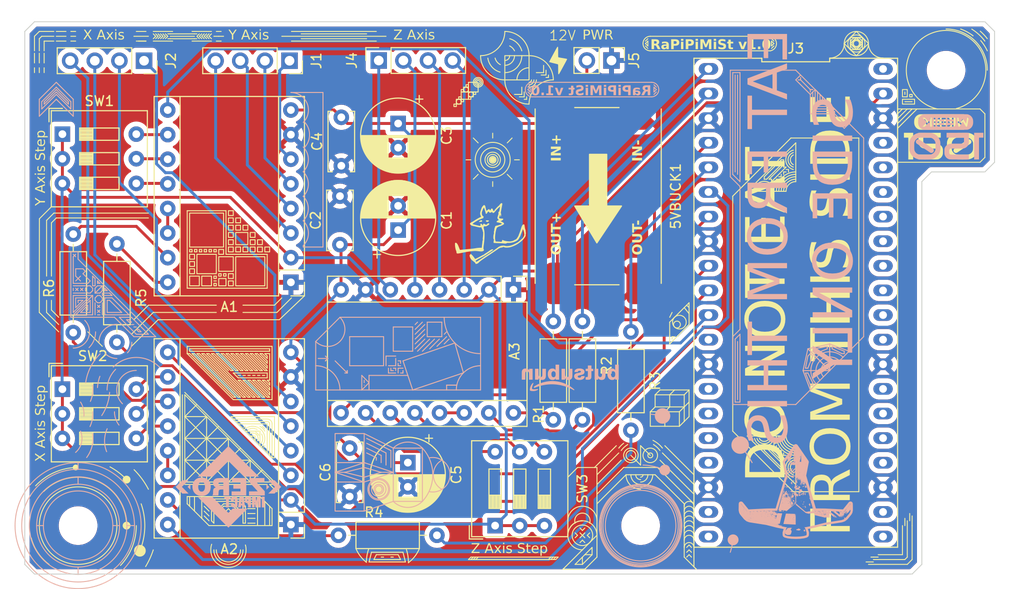
<source format=kicad_pcb>
(kicad_pcb (version 20240108) (generator "pcbnew") (generator_version "8.0")
  (layers (0 "F.Cu" signal) (31 "B.Cu" signal) (34 "B.Paste" user) (35 "F.Paste" user) (36 "B.SilkS" user "B.Silkscreen") (37 "F.SilkS" user "F.Silkscreen") (38 "B.Mask" user) (39 "F.Mask" user) (44 "Edge.Cuts" user))
  (net 0 "")
  (net 1 "GND")
  (net 2 "Net-(5VBUCK1-OUT+)")
  (net 3 "unconnected-(A1-~{RESET}-Pad13)")
  (net 4 "Net-(A1-MS1)")
  (net 5 "Net-(A1-1B)")
  (net 6 "Net-(A1-MS2)")
  (net 7 "Net-(A1-STEP)")
  (net 8 "Net-(A1-2A)")
  (net 9 "Net-(A1-2B)")
  (net 10 "Net-(A1-1A)")
  (net 11 "Net-(A1-MS3)")
  (net 12 "Net-(A1-DIR)")
  (net 13 "Net-(A1-~{ENABLE})")
  (net 14 "Net-(A2-DIR)")
  (net 15 "unconnected-(A2-~{RESET}-Pad13)")
  (net 16 "Net-(A2-MS3)")
  (net 17 "Net-(A2-2A)")
  (net 18 "Net-(A2-~{ENABLE})")
  (net 19 "Net-(A2-STEP)")
  (net 20 "Net-(A2-MS2)")
  (net 21 "Net-(A2-2B)")
  (net 22 "Net-(A2-MS1)")
  (net 23 "Net-(A2-1A)")
  (net 24 "Net-(A2-1B)")
  (net 25 "unconnected-(A3-~{RESET}-Pad13)")
  (net 26 "Net-(A3-~{ENABLE})")
  (net 27 "Net-(A3-MS2)")
  (net 28 "Net-(A3-STEP)")
  (net 29 "Net-(A3-2A)")
  (net 30 "Net-(A3-MS3)")
  (net 31 "Net-(A3-2B)")
  (net 32 "Net-(A3-1A)")
  (net 33 "Net-(A3-MS1)")
  (net 34 "Net-(A3-DIR)")
  (net 35 "Net-(A3-1B)")
  (net 40 "Net-(J3-Pin_9)")
  (net 41 "Net-(J3-Pin_10)")
  (net 45 "Net-(J3-Pin_1)")
  (net 53 "Net-(J3-Pin_5)")
  (net 54 "Net-(J3-Pin_2)")
  (net 59 "Net-(J3-Pin_6)")
  (net 65 "Net-(5VBUCK1-IN+)")
  (footprint "LOGO" (layer "F.Cu") (at 135.5 68)
    (property "Reference" "G***" (hide yes))
    (property "Value" "LOGO" (hide yes))
  )
  (footprint "MountingHole:MountingHole_3.5mm" (layer "F.Cu") (at 86 116)
    (property "Reference" "REF**" (hide yes))
    (property "Value" "MountingHole_3.5mm")
  )
  (footprint "Capacitor_THT:CP_Radial_D7.5mm_P2.50mm" (layer "F.Cu") (at 119 74.5 -90)
    (property "Reference" "C3")
    (property "Value" "C_Polarized_Small")
  )
  (footprint "Connector_PinHeader_2.54mm:PinHeader_1x02_P2.54mm_Vertical" (layer "F.Cu") (at 141 68 -90)
    (property "Reference" "J5")
    (property "Value" "Conn_01x02_Pin")
  )
  (footprint "Capacitor_THT:CP_Radial_D7.5mm_P2.50mm" (layer "F.Cu") (at 120 109.5 -90)
    (property "Reference" "C5")
    (property "Value" "C_Polarized_Small")
  )
  (footprint "Connector_PinSocket_2.54mm:PinSocket_1x04_P2.54mm_Vertical" (layer "F.Cu") (at 117 68 90)
    (property "Reference" "J4")
    (property "Value" "Conn_01x04_Pin")
  )
  (footprint "Resistor_THT:R_Axial_DIN0207_L6.3mm_D2.5mm_P10.16mm_Horizontal" (layer "F.Cu") (at 135 105.08 90)
    (property "Reference" "R1")
    (property "Value" "R_Small")
  )
  (footprint "Connector_PinSocket_2.54mm:PinSocket_1x04_P2.54mm_Vertical" (layer "F.Cu") (at 107.8 68.025 -90)
    (property "Reference" "J1")
    (property "Value" "Conn_01x04_Pin")
  )
  (footprint "Resistor_THT:R_Axial_DIN0207_L6.3mm_D2.5mm_P10.16mm_Horizontal" (layer "F.Cu") (at 138 105.08 90)
    (property "Reference" "R2")
    (property "Value" "R_Small")
  )
  (footprint "Capacitor_THT:C_Disc_D6.0mm_W2.5mm_P5.00mm" (layer "F.Cu") (at 114 113 90)
    (property "Reference" "C6")
    (property "Value" "C_Small")
  )
  (footprint "Resistor_THT:R_Axial_DIN0207_L6.3mm_D2.5mm_P10.16mm_Horizontal" (layer "F.Cu") (at 112.84 117)
    (property "Reference" "R4")
    (property "Value" "R_Small")
  )
  (footprint "LOGO" (layer "F.Cu") (at 175 76)
    (property "Reference" "G***" (hide yes))
    (property "Value" "LOGO" (hide yes))
  )
  (footprint "Connector_PinSocket_2.54mm:PinSocket_1x04_P2.54mm_Vertical" (layer "F.Cu") (at 92.8 68.025 -90)
    (property "Reference" "J2")
    (property "Value" "Conn_01x04_Pin")
  )
  (footprint "Resistor_THT:R_Axial_DIN0207_L6.3mm_D2.5mm_P10.16mm_Horizontal" (layer "F.Cu") (at 85.5 85.92 -90)
    (property "Reference" "R6")
    (property "Value" "R_Small")
  )
  (footprint "MountingHole:MountingHole_3.5mm" (layer "F.Cu") (at 175.5 69)
    (property "Reference" "REF**" (hide yes))
    (property "Value" "MountingHole_3.5mm")
  )
  (footprint "Button_Switch_THT:SW_DIP_SPSTx03_Slide_9.78x9.8mm_W7.62mm_P2.54mm" (layer "F.Cu") (at 129 116 90)
    (property "Reference" "SW3")
    (property "Value" "SW_DIP_x03")
  )
  (footprint "LOGO" (layer "F.Cu") (at 128.25 85.75)
    (property "Reference" "G***" (hide yes))
    (property "Value" "LOGO" (hide yes))
  )
  (footprint "Capacitor_THT:C_Disc_D6.0mm_W2.5mm_P5.00mm" (layer "F.Cu") (at 113.14 78.862789 90)
    (property "Reference" "C4")
    (property "Value" "C_Small")
  )
  (footprint "Resistor_THT:R_Axial_DIN0207_L6.3mm_D2.5mm_P10.16mm_Horizontal" (layer "F.Cu") (at 90 97.08 90)
    (property "Reference" "R5")
    (property "Value" "R_Small")
  )
  (footprint "Connector:DIP-40_709_ELL socket W18Pins W21" (layer "F.Cu") (at 160 93 -90)
    (property "Reference" "J3")
    (property "Value" "Conn_02x20_Counter_Clockwise")
  )
  (footprint "Capacitor_THT:C_Disc_D6.0mm_W2.5mm_P5.00mm" (layer "F.Cu") (at 113 82 -90)
    (property "Reference" "C2")
    (property "Value" "C_Small")
  )
  (footprint "Module:Pololu_Breakout-16_15.2x20.3mm" (layer "F.Cu") (at 107.94 115.89 180)
    (property "Reference" "A2")
    (property "Value" "Pololu_Breakout_A4988")
  )
  (footprint "Module:Pololu_Breakout-16_15.2x20.3mm" (layer "F.Cu") (at 107.94 90.89 180)
    (property "Reference" "A1")
    (property "Value" "Pololu_Breakout_A4988")
  )
  (footprint "Button_Switch_THT:SW_DIP_SPSTx03_Slide_9.78x9.8mm_W7.62mm_P2.54mm" (layer "F.Cu") (at 84.38 101.92)
    (property "Reference" "SW2")
    (property "Value" "SW_DIP_x03")
  )
  (footprint "Library:BUCK Converter 5-30V 5V 3A smd" (layer "F.Cu") (at 140 82 90)
    (property "Reference" "5VBUCK1")
    (property "Value" "~")
  )
  (footprint "Resistor_THT:R_Axial_DIN0207_L6.3mm_D2.5mm_P10.16mm_Horizontal" (layer "F.Cu") (at 143 106.16 90)
    (property "Reference" "R3")
    (property "Value" "R_Small")
  )
  (footprint "MountingHole:MountingHole_3.5mm" (layer "F.Cu") (at 144 116)
    (property "Reference" "REF**" (hide yes))
    (property "Value" "MountingHole_3.5mm")
  )
  (footprint "Capacitor_THT:CP_Radial_D7.5mm_P2.50mm" (layer "F.Cu") (at 119 85.5 90)
    (property "Reference" "C1")
    (property "Value" "C_Polarized_Small")
  )
  (footprint "Button_Switch_THT:SW_DIP_SPSTx03_Slide_9.78x9.8mm_W7.62mm_P2.54mm" (layer "F.Cu") (at 84.38 75.601)
    (property "Reference" "SW1")
    (property "Value" "SW_DIP_x03")
  )
  (footprint "Module:Pololu_Breakout-16_15.2x20.3mm" (layer "F.Cu") (at 130.89 91.66 -90)
    (property "Reference" "A3")
    (property "Value" "Pololu_Breakout_A4988")
  )
  (footprint "LOGO" (layer "B.Cu") (at 136.75 100.75 180)
    (property "Reference" "G***" (hide yes))
    (property "Value" "LOGO" (hide yes))
  )
  (footprint "LOGO" (layer "B.Cu") (at 160 112.5 180)
    (property "Reference" "aa" (hide yes))
    (property "Value" "LOGO" (hide yes))
  )
  (footprint "LOGO" (layer "B.Cu") (at 175.5 76 180)
    (property "Reference" "G***" (hide yes))
    (property "Value" "LOGO" (hide yes))
  )
  (footprint "LOGO" (layer "B.Cu") (at 101.5 112 180)
    (property "Reference" "G***" (hide yes))
    (property "Value" "LOGO" (hide yes))
  )
  (gr_line (start 85.5 73.75) (end 83.75 72) (stroke (width 0.1)) (layer "B.SilkS"))
  (gr_arc (start 132.75 71.75) (mid 132.117245 70.937286) (end 132.875 70.239655) (stroke (width 0.1)) (layer "B.SilkS"))
  (gr_line (start 88.75 94.25) (end 88.75 92.5) (stroke (width 0.1)) (layer "B.SilkS"))
  (gr_line (start 87.75 93) (end 87.75 94.25) (stroke (width 0.1)) (layer "B.SilkS"))
  (gr_line (start 87.75 92.5) (end 88 92.25) (stroke (width 0.1)) (layer "B.SilkS"))
  (gr_line (start 163.25 97.5) (end 163.25 97.75) (stroke (width 0.1)) (layer "B.SilkS"))
  (gr_line (start 111.5 99) (end 111.75 98.75) (stroke (width 0.1)) (layer "B.SilkS"))
  (gr_line (start 86 120.272001) (end 86 121.031152) (stroke (width 0.1)) (layer "B.SilkS"))
  (gr_line (start 87.75 91.25) (end 87.5 91.25) (stroke (width 0.1)) (layer "B.SilkS"))
  (gr_line (start 85.75 90.75) (end 86.25 90.25) (stroke (width 0.1)) (layer "B.SilkS"))
  (gr_line (start 87.75 92) (end 88.5 91.25) (stroke (width 0.1)) (layer "B.SilkS"))
  (gr_line (start 88.75 91.5) (end 88.75 91.75) (stroke (width 0.1)) (layer "B.SilkS"))
  (gr_line (start 163.5 100) (end 163.5 97.25) (stroke (width 0.1)) (layer "B.SilkS"))
  (gr_line (start 86 88.5) (end 94 96.5) (stroke (width 0.1)) (layer "B.SilkS"))
  (gr_line (start 86.75 91.5) (end 86.75 91.75) (stroke (width 0.1)) (layer "B.SilkS"))
  (gr_line (start 118.75 98.75) (end 118.75 99.5) (stroke (width 0.1)) (layer "B.SilkS"))
  (gr_line (start 119.25 99) (end 119 99) (stroke (width 0.1)) (layer "B.SilkS"))
  (gr_line (start 87 92) (end 87.25 92) (stroke (width 0.1)) (layer "B.SilkS"))
  (gr_line (start 162.5 71.5) (end 162.5 72.5) (stroke (width 0.1)) (layer "B.SilkS"))
  (gr_line (start 127.5 102) (end 110.5 102) (stroke (width 0.1)) (layer "B.SilkS"))
  (gr_arc (start 90.574781 103.425219) (mid 90.137862 101.228677) (end 92 99.984436) (stroke (width 0.1)) (layer "B.SilkS"))
  (gr_line (start 154.25 103.25) (end 154.25 96.25) (stroke (width 0.1)) (layer "B.SilkS"))
  (gr_line (start 85.5 91.5) (end 85.5 91.75) (stroke (width 0.1)) (layer "B.SilkS"))
  (gr_arc (start 109.217446 79.478794) (mid 109.743837 80.749615) (end 109.217446 82.020436) (stroke (width 0.1)) (layer "B.SilkS"))
  (gr_line (start 92.5 96) (end 92.25 96) (stroke (width 0.1)) (layer "B.SilkS"))
  (gr_line (start 83.75 70.25) (end 85.5 72) (stroke (width 0.1)) (layer "B.SilkS"))
  (gr_line (start 161.5 101.5) (end 161 100.25) (stroke (width 0.1)) (layer "B.SilkS"))
  (gr_line (start 82.5 72.25) (end 82.5 72.5) (stroke (width 0.1)) (layer "B.SilkS"))
  (gr_line (start 116 100.5) (end 116 102) (stroke (width 0.1)) (layer "B.SilkS"))
  (gr_line (start 82.420545 116) (end 81.727999 116) (stroke (width 0.1)) (layer "B.SilkS"))
  (gr_arc (start 88.945294 108.371882) (mid 88.730043 107.180346) (end 89 106) (stroke (width 0.1)) (layer "B.SilkS"))
  (gr_line (start 165 98) (end 165 98.25) (stroke (width 0.1)) (layer "B.SilkS"))
  (gr_line (start 118.5 100) (end 118.25 100) (stroke (width 0.1)) (layer "B.SilkS"))
  (gr_line (start 89 94) (end 89 92.75) (stroke (width 0.1)) (layer "B.SilkS"))
  (gr_line (start 90.25 94.5) (end 92 96.25) (stroke (width 0.1)) (layer "B.SilkS"))
  (gr_line (start 163.75 97.75) (end 163.75 97.5) (stroke (width 0.1)) (layer "B.SilkS"))
  (gr_line (start 92 96.25) (end 93.25 96.25) (stroke (width 0.1)) (layer "B.SilkS"))
  (gr_line (start 161.75 101.5) (end 161.5 101.5) (stroke (width 0.1)) (layer "B.SilkS"))
  (gr_line (start 87.5 91.75) (end 87.5 91.5) (stroke (width 0.1)) (layer "B.SilkS"))
  (gr_arc (start 145 104.5) (mid 145.634424 104.572898) (end 146.263846 104.680769) (stroke (width 0.1)) (layer "B.SilkS"))
  (gr_line (start 92.25 96) (end 92 95.75) (stroke (width 0.1)) (layer "B.SilkS"))
  (gr_line (start 117.25 108.75) (end 115.75 108) (stroke (width 0.1)) (layer "B.SilkS"))
  (gr_line (start 112.5 111.5) (end 112.5 109.5) (stroke (width 0.1)) (layer "B.SilkS"))
  (gr_line (start 160.25 70) (end 160.5 70) (stroke (width 0.1)) (layer "B.SilkS"))
  (gr_line (start 86.75 89.75) (end 86.5 89.5) (stroke (width 0.1)) (layer "B.SilkS"))
  (gr_arc (start 121.5 108) (mid 122.569705 110.75) (end 121.5 113.5) (stroke (width 0.1)) (layer "B.SilkS"))
  (gr_arc (start 109.210947 82.013904) (mid 109.734646 83.278226) (end 109.210947 84.542548) (stroke (width 0.1)) (layer "B.SilkS"))
  (gr_line (start 119.25 99.5) (end 119 99.5) (stroke (width 0.1)) (layer "B.SilkS"))
  (gr_arc (start 144.25 109.75) (mid 145.395853 109.902739) (end 146.494031 110.263729) (stroke (width 0.1)) (layer "B.SilkS"))
  (gr_line (start 161.5 71) (end 161.75 71) (stroke (width 0.1)) (layer "B.SilkS"))
  (gr_line (start 87 92.5) (end 85.75 92.5) (stroke (width 0.1)) (layer "B.SilkS"))
  (gr_line (start 88 93.5) (end 88.25 93.25) (stroke (width 0.1)) (layer "B.SilkS"))
  (gr_line (start 87 91) (end 87.25 90.75) (stroke (width 0.1)) (layer "B.SilkS"))
  (gr_line (start 119.25 100.25) (end 119.5 100.25) (stroke (width 0.1)) (layer "B.SilkS"))
  (gr_line (start 85.5 72) (end 85.5 73.75) (stroke (width 0.1)) (layer "B.SilkS"))
  (gr_arc (start 110.5 99.5) (mid 112.267767 100.232233) (end 113 102) (stroke (width 0.1)) (layer "B.SilkS"))
  (gr_line (start 161 99.75) (end 161.25 99.75) (stroke (width 0.1)) (layer "B.SilkS"))
  (gr_line (start 91.75 96.5) (end 89.75 94.5) (stroke (width 0.1)) (layer "B.SilkS"))
  (gr_line (start 162 98.25) (end 161.75 98) (stroke (width 0.1)) (layer "B.SilkS"))
  (gr_line (start 162.5 72.5) (end 163.5 72.5) (stroke (width 0.1)) (layer "B.SilkS"))
  (gr_line (start 111.75 98.75) (end 111.5 99) (stroke (width 0.1)) (layer "B.SilkS"))
  (gr_line (start 87.25 90.75) (end 86.5 90) (stroke (width 0.1)) (layer "B.SilkS"))
  (gr_line (start 85.5 88.25) (end 85.5 91) (stroke (width 0.1)) (layer "B.SilkS"))
  (gr_arc (start 162.11933 101.38067) (mid 162.11933 98.61933) (end 164.88067 98.61933) (stroke (width 0.1)) (layer "B.SilkS"))
  (gr_arc (start 86.25 103.25) (mid 86.544235 103.953204) (end 86.598809 104.713528) (stroke (width 0.1)) (layer "B.SilkS"))
  (gr_line (start 118.25 100) (end 118.25 99.75) (stroke (width 0.1)) (layer "B.SilkS"))
  (gr_line (start 154 103) (end 154 97) (stroke (width 0.1)) (layer "B.SilkS"))
  (gr_line (start 112.5 99) (end 113.75 100.25) (stroke (width 0.1)) (layer "B.SilkS"))
  (gr_line (start 88.5 91.25) (end 88.5 91.75) (stroke (width 0.1)) (layer "B.SilkS"))
  (gr_line (start 165 75) (end 165.5 74.5) (stroke (width 0.1)) (layer "B.SilkS"))
  (gr_arc (start 90.216596 105.621849) (mid 89.869841 104.974514) (end 89.75 104.25) (stroke (width 0.1)) (layer "B.SilkS"))
  (gr_line (start 83.75 70.75) (end 82.25 72.25) (stroke (width 0.1)) (layer "B.SilkS"))
  (gr_line (start 111.25 87.25) (end 109.220977 87.25) (stroke (width 0.1)) (layer "B.SilkS"))
  (gr_line (start 115.25 102) (end 115.25 100.5) (stroke (width 0.1)) (layer "B.SilkS"))
  (gr_line (start 87.25 94) (end 86.25 94) (stroke (width 0.1)) (layer "B.SilkS"))
  (gr_line (start 93.25 96.25) (end 91.5 94.5) (stroke (width 0.1)) (layer "B.SilkS"))
  (gr_line (start 161.5 71.25) (end 161.5 71) (stroke (width 0.1)) (layer "B.SilkS"))
  (gr_line (start 153.5 79.75) (end 153.5 69.25) (stroke (width 0.1)) (layer "B.SilkS"))
  (gr_line (start 124 96.5) (end 123 97.5) (stroke (width 0.1)) (layer "B.SilkS"))
  (gr_line (start 154 79.75) (end 154 69.5) (stroke (width 0.1)) (layer "B.SilkS"))
  (gr_line (start 116.75 109) (end 115.75 108.5) (stroke (width 0.1)) (layer "B.SilkS"))
  (gr_line (start 85.25 72.75) (end 85.25 73) (stroke (width 0.1)) (layer "B.SilkS"))
  (gr_arc (start 88.989602 102) (mid 89.218755 100.847971) (end 89.871327 99.871327) (stroke (width 0.1)) (layer "B.SilkS"))
  (gr_line (start 160.5 70) (end 161.5 71) (stroke (width 0.1)) (layer "B.SilkS"))
  (gr_line (start 163.75 73.5) (end 164 73.5) (stroke (width 0.1)) (layer "B.SilkS"))
  (gr_line (start 115.5 111) (end 117.25 110.5) (stroke (width 0.1)) (layer "B.SilkS"))
  (gr_line (start 113.75 100.25) (end 113.75 100) (stroke (width 0.1)) (layer "B.SilkS"))
  (gr_line (start 145.125 71.75) (end 133.125 71.75) (stroke (width 0.1)) (layer "B.SilkS"))
  (gr_line (start 118.5 98) (end 118.5 95.5) (stroke (width 0.1)) (layer "B.SilkS"))
  (gr_line (start 153.75 96.75) (end 153.75 103.25) (stroke (width 0.1)) (layer "B.SilkS"))
  (gr_line (start 120.75 97.25) (end 121.75 96.25) (stroke (width 0.1)) (layer "B.SilkS"))
  (gr_line (start 87.75 92.75) (end 87.75 92.5) (stroke (width 0.1)) (layer "B.SilkS"))
  (gr_circle (center 146.494031 110.263729) (end 147 110.25) (stroke (width 0.1)) (fill solid) (layer "B.SilkS"))
  (gr_line (start 89 92.75) (end 89.25 92.75) (stroke (width 0.1)) (layer "B.SilkS"))
  (gr_line (start 87.5 92.25) (end 87.5 94.25) (stroke (width 0.1)) (layer "B.SilkS"))
  (gr_line (start 109.220977 87.101205) (end 109.220977 87.25) (stroke (width 0.1)) (layer "B.SilkS"))
  (gr_line (start 164 73.5) (end 164 73.25) (stroke (width 0.1)) (layer "B.SilkS"))
  (gr_line (start 115.5 110) (end 113.5 110.5) (stroke (width 0.1)) (layer "B.SilkS"))
  (gr_line (start 120 100.5) (end 116 100.5) (stroke (width 0.1)) (layer "B.SilkS"))
  (gr_arc (start 127.5 98.25) (mid 124.84835 97.15165) (end 123.75 94.5) (stroke (width 0.1)) (layer "B.SilkS"))
  (gr_line (start 119 99.5) (end 119 99.25) (stroke (width 0.1)) (layer "B.SilkS"))
  (gr_line (start 85 72.5) (end 83.75 71.25) (stroke (width 0.1)) (layer "B.SilkS"))
  (gr_line (start 153.25 80) (end 153.25 69) (stroke (width 0.1)) (layer "B.SilkS"))
  (gr_line (start 91.25 94.25) (end 88.75 94.25) (stroke (width 0.1)) (layer "B.SilkS"))
  (gr_line (start 86.75 91.75) (end 87 92) (stroke (width 0.1)) (layer "B.SilkS"))
  (gr_circle (center 154.267283 107.68839) (end 155.121133 107.68839) (stroke (width 0.1)) (fill solid) (layer "B.SilkS"))
  (gr_line (start 91.5 95.25) (end 91.75 95.25) (stroke (width 0.1)) (layer "B.SilkS"))
  (gr_arc (start 87.499999 104.25) (mid 87.4635 105.029301) (end 87.227972 105.773054) (stroke (width 0.1)) (layer "B.SilkS"))
  (gr_line (start 89.579455 116) (end 90.272001 116) (stroke (width 0.1)) (layer "B.SilkS"))
  (gr_line (start 94 96.5) (end 91.75 96.5) (stroke (width 0.1)) (layer "B.SilkS"))
  (gr_line (start 113.75 100) (end 113.75 100.25) (stroke (width 0.1)) (layer "B.SilkS"))
  (gr_line (start 161.75 71) (end 161.5 71) (stroke (width 0.1)) (layer "B.SilkS"))
  (gr_line (start 163.5 97.25) (end 161.25 97.75) (stroke (width 0.1)) (layer "B.SilkS"))
  (gr_line (start 113.75 100.25) (end 113.5 100.25) (stroke (width 0.1)) (layer "B.SilkS"))
  (gr_line (start 85.5 91) (end 87 91) (stroke (width 0.1)) (layer "B.SilkS"))
  (gr_line (start 165.25 74.5) (end 165 74.5) (stroke (width 0.1)) (layer "B.SilkS"))
  (gr_circle (center 144 116) (end 147.25 113.25) (stroke (width 0.1)) (fill none) (layer "B.SilkS"))
  (gr_line (start 161.25 100.25) (end 161.75 101.25) (stroke (width 0.1)) (layer "B.SilkS"))
  (gr_line (start 161 100.25) (end 161.25 100.25) (stroke (width 0.1)) (layer "B.SilkS"))
  (gr_line (start 161.75 98.5) (end 161.5 98.25) (stroke (width 0.1)) (layer "B.SilkS"))
  (gr_line (start 85.75 92.5) (end 85.75 93.5) (stroke (width 0.1)) (layer "B.SilkS"))
  (gr_line (start 111.25 71.299107) (end 111.25 87.25) (stroke (width 0.1)) (layer "B.SilkS"))
  (gr_line (start 123.5 95) (end 122 95) (stroke (width 0.1)) (layer "B.SilkS"))
  (gr_line (start 86 91.75) (end 85.75 91.5) (stroke (width 0.1)) (layer "B.SilkS"))
  (gr_arc (start 121.5 113.5) (mid 120 114.12132) (end 118.5 113.5) (stroke (width 0.1)) (layer "B.SilkS"))
  (gr_arc (start 86.779249 101.254178) (mid 87.28301 99.641505) (end 88.270892 98.270892) (stroke (width 0.1)) (layer "B.SilkS"))
  (gr_line (start 123.75 96.25) (end 124 96) (stroke (width 0.1)) (layer "B.SilkS"))
  (gr_line (start 85.75 93.5) (end 86.5 92.75) (stroke (width 0.1)) (layer "B.SilkS"))
  (gr_line (start 87 93.75) (end 86.75 93.75) (stroke (width 0.1)) (layer "B.SilkS"))
  (gr_arc (start 112.999999 94.500001) (mid 112.999999 96.999999) (end 110.500001 96.999999) (stroke (width 0.1)) (layer "B.SilkS"))
  (gr_line (start 113 94.5) (end 127.5 94.5) (stroke (width 0.1)) (layer "B.SilkS"))
  (gr_arc (start 118.5 108) (mid 120 107.37868) (end 121.5 108) (stroke (width 0.1)) (layer "B.SilkS"))
  (gr_line (start 119 100.25) (end 119 99.75) (stroke (width 0.1)) (layer "B.SilkS"))
  (gr_arc (start 109.21428 76.927367) (mid 109.742044 78.201501) (end 109.21428 79.475635) (stroke (width 0.1)) (layer "B.SilkS"))
  (gr_line (start 132.375 71.25) (end 132.625 71.5) (stroke (width 0.1)) (layer "B.SilkS"))
  (gr_line (start 86.5 91.5) (end 86.25 91.75) (stroke (width 0.1)) (layer "B.SilkS"))
  (gr_circle (center 117 112.25) (end 117.5 112.25) (stroke (width 0.1)) (fill none) (layer "B.SilkS"))
  (gr_line (start 114 96.5) (end 117.5 96.5) (stroke (width 0.1)) (layer "B.SilkS"))
  (gr_arc (start 153.537914 117.467371) (mid 153.415822 118.113594) (end 153.249999 118.75) (stroke (width 0.1)) (layer "B.SilkS"))
  (gr_line (start 118 100.25) (end 118 99.75) (stroke (width 0.1)) (layer "B.SilkS"))
  (gr_line (start 118.75 100.25) (end 118 100.25) (stroke (width 0.1)) (layer "B.SilkS"))
  (gr_arc (start 125 102) (mid 125.732233 100.232233) (end 127.5 99.5) (stroke (width 0.1)) (layer "B.SilkS"))
  (gr_line (start 117.5 96.5) (end 117.5 99.5) (stroke (width 0.1)) (layer "B.SilkS"))
  (gr_line (start 86.5 89.5) (end 85.75 89.5) (stroke (width 0.1)) (layer "B.SilkS"))
  (gr_rect (start 112.5 111.5) (end 115.5 114.5) (stroke (width 0.1)) (fill none) (layer "B.SilkS"))
  (gr_line (start 120.75 96.25) (end 121.75 95.25) (stroke (width 0.1)) (layer "B.SilkS"))
  (gr_line (start 87.25 91.25) (end 87 91.25) (stroke (width 0.1)) (layer "B.SilkS"))
  (gr_arc (start 123.5 112.249999) (mid 122.625231 110.75) (end 123.5 109.250001) (stroke (width 0.1)) (layer "B.SilkS"))
  (gr_arc (start 145.125 70.25) (mid 145.875 71) (end 145.125 71.75) (stroke (width 0.1)) (layer "B.SilkS"))
  (gr_line (start 88.75 91.5) (end 89 91.75) (stroke (width 0.1)) (layer "B.SilkS"))
  (gr_line (start 132.625 71.25) (end 132.375 71) (stroke (width 0.1)) (layer "B.SilkS"))
  (gr_line (start 115.5 111) (end 115.5 110) (stroke (width 0.1)) (layer "B.SilkS"))
  (gr_line (start 89.5 92.25) (end 89.25 92) (stroke (width 0.1)) (layer "B.SilkS"))
  (gr_line (start 161.5 73.5) (end 161.5 71.5) (stroke (width 0.1)) (layer "B.SilkS"))
  (gr_line (start 85.75 90.25) (end 86.25 90.75) (stroke (width 0.1)) (layer "B.SilkS"))
  (gr_line (start 89.5 92.5) (end 91.25 94.25) (stroke (width 0.1)) (layer "B.SilkS"))
  (gr_arc (start 91.539123 97.08) (mid 91.421964 97.668997) (end 91.088324 98.168324) (stroke (width 0.1)) (layer "B.SilkS"))
  (gr_circle (center 144 116) (end 147.75 115) (stroke (width 0.1)) (fill none) (layer "B.SilkS"))
  (gr_circle (center 117 112.25) (end 116.5 111.25) (stroke (width 0.1)) (fill none) (layer "B.SilkS"))
  (gr_line (start 115.5 101) (end 115.5 101.25) (stroke (width 0.1)) (layer "B.SilkS"))
  (gr_line (start 127.5 94.5) (end 127.5 102) (stroke (width 0.1)) (layer "B.SilkS"))
  (gr_line (start 161.75 73.25) (end 161.75 71.25) (stroke (width 0.1)) (layer "B.SilkS"))
  (gr_line (start 88 91) (end 88.25 91) (stroke (width 0.1)) (layer "B.SilkS"))
  (gr_line (start 125 101.5) (end 124 101.5) (stroke (width 0.1)) (layer "B.SilkS"))
  (gr_line (start 119.25 99.25) (end 119.25 99) (stroke (width 0.1)) (layer "B.SilkS"))
  (gr_line (start 85.5 94.25) (end 87.5 92.25) (stroke (width 0.1)) (layer "B.SilkS"))
  (gr_line (start 88.75 91.75) (end 89 91.75) (stroke (width 0.1)) (layer "B.SilkS"))
  (gr_line (start 91.25 95) (end 91 94.75) (stroke (width 0.1)) (layer "B.SilkS"))
  (gr_line (start 145.375 71.25) (end 145.375 70.75) (stroke (width 0.1)) (layer "B.SilkS"))
  (gr_line (start 87.5 94.25) (end 85.75 94.25) (stroke (width 0.1)) (layer "B.SilkS"))
  (gr_line (start 88.5 91.25) (end 88 91.25) (stroke (width 0.1)) (layer "B.SilkS"))
  (gr_line (start 132.875 70.25) (end 145.125 70.25) (stroke (width 0.1)) (layer "B.SilkS"))
  (gr_rect (start 112.5 106.5) (end 115.5 109.5) (stroke (width 0.1)) (fill none) (layer "B.SilkS"))
  (gr_line (start 86.5 92.75) (end 86 92.75) (stroke (width 0.1)) (layer "B.SilkS"))
  (gr_line (start 154.25 95.75) (end 154.25 81) (stroke (width 0.1)) (layer "B.SilkS"))
  (gr_line (start 162 97.75) (end 163.25 97.5) (stroke (width 0.1)) (layer "B.SilkS"))
  (gr_line (start 118.25 110) (end 118.25 108.25) (stroke (width 0.1)) (layer "B.SilkS"))
  (gr_arc (start 162.5 101) (mid 162.5 99) (end 164.5 99) (stroke (width 0.1)) (layer "B.SilkS"))
  (gr_line (start 91 94.75) (end 91.25 94.75) (stroke (width 0.1)) (layer "B.SilkS"))
  (gr_line (start 153.75 103.25) (end 154.25 103.25) (stroke (width 0.1)) (layer "B.SilkS"))
  (gr_line (start 87.5 91.25) (end 87.5 90.25) (stroke (width 0.1)) (layer "B.SilkS"))
  (gr_line (start 154.25 80.5) (end 153.5 79.75) (stroke (width 0.1)) (layer "B.SilkS"))
  (gr_line (start 117.75 98.5) (end 118.75 98.5) (stroke (width 0.1)) (layer "B.SilkS"))
  (gr_line (start 118.75 99.75) (end 118.5 99.75) (stroke (width 0.1)) (layer "B.SilkS"))
  (gr_line (start 86 87.75) (end 86 88.5) (stroke (width 0.1)) (layer "B.SilkS"))
  (gr_line (start 88.25 92.25) (end 88.5 92.5) (stroke (width 0.1)) (layer "B.SilkS"))
  (gr_arc (start 86.25 106.25) (mid 86.354395 107.431533) (end 85.73907 108.445581) (stroke (width 0.1)) (layer "B.SilkS"))
  (gr_line (start 86.5 90) (end 86.75 89.75) (stroke (width 0.1)) (layer "B.SilkS"))
  (gr_line (start 87.5 91.5) (end 87.25 91.25) (stroke (width 0.1)) (layer "B.SilkS"))
  (gr_line (start 88 90.75) (end 88 91) (stroke (width 0.1)) (layer "B.SilkS"))
  (gr_line (start 145.625 70.75) (end 145.375 70.5) (stroke (width 0.1)) (layer "B.SilkS"))
  (gr_line (start 161.25 97.75) (end 163.5 100) (stroke (width 0.1)) (layer "B.SilkS"))
  (gr_line (start 85.5 92) (end 86.75 92) (stroke (width 0.1)) (layer "B.SilkS"))
  (gr_line (start 110.75 98.75) (end 111.75 98.75) (stroke (width 0.1)) (layer "B.SilkS"))
  (gr_line (start 88.5 91.75) (end 88.25 92) (stroke (width 0.1)) (layer "B.SilkS"))
  (gr_line (start 113.5 110.5) (end 115.5 111) (stroke (width 0.1)) (layer "B.SilkS"))
  (gr_line (start 160 103.5) (end 153.5 103.5) (stroke (width 0.1)) (layer "B.SilkS"))
  (gr_line (start 88 94) (end 88.25 93.75) (stroke (width 0.1)) (layer "B.SilkS"))
  (gr_line (start 92.25 95.75) (end 92.5 96) (stroke (width 0.1)) (layer "B.SilkS"))
  (gr_arc (start 89.628292 99.628292) (mid 92 98.645898) (end 94.371708 99.628292) (stroke (width 0.1)) (layer "B.SilkS"))
  (gr_circle (center 86 116) (end 91.25 113.5) (stroke (width 0.1)) (fill none) (layer "B.SilkS"))
  (gr_line (start 118.75 100) (end 118.75 99.75) (stroke (width 0.1)) (layer "B.SilkS"))
  (gr_line (start 91.75 95.5) (end 92 95.5) (stroke (width 0.1)) (layer "B.SilkS"))
  (gr_line (start 118.5 110.5) (end 115.5 109.5) (stroke (width 0.1)) (layer "B.SilkS"))
  (gr_line (start 163.75 72.75) (end 162 71) (stroke (width 0.1)) (layer "B.SilkS"))
  (gr_circle (center 86 116) (end 90 114.5) (stroke (width 0.1)) (fill none) (layer "B.SilkS"))
  (gr_line (start 163.75 97.5) (end 165 98) (stroke (width 0.1)) (layer "B.SilkS"))
  (gr_line (start 117.25 110.5) (end 118.5 110.5) (stroke (width 0.1)) (layer "B.SilkS"))
  (gr_line (start 165 74.5) (end 164 73.5) (stroke (width 0.1)) (layer "B.SilkS"))
  (gr_line (start 120.75 97.75) (end 121.75 96.75) (stroke (width 0.1)) (layer "B.SilkS"))
  (gr_line (start 124 101.5) (end 125 101.5) (stroke (width 0.1)) (layer "B.SilkS"))
  (gr_line (start 117.75 108.5) (end 115.75 107.5) (stroke (width 0.1)) (layer "B.SilkS"))
  (gr_line (start 82.25 73) (end 83.75 71.5) (stroke (width 0.1)) (layer "B.SilkS"))
  (gr_line (start 160.75 100) (end 161.25 97.75) (stroke (width 0.1)) (layer "B.SilkS"))
  (gr_line (start 85.25 87.75) (end 86 87.75) (stroke (width 0.1)) (layer "B.SilkS"))
  (gr_line (start 88 94.25) (end 88.25 94.25) (stroke (width 0.1)) (layer "B.SilkS"))
  (gr_circle (center 86 116) (end 90.5 113.75) (stroke (width 0.1)) (fill none) (layer "B.SilkS"))
  (gr_arc (start 87.5 101.5) (mid 87.497838 102.355762) (end 87.26529 103.179325) (stroke (width 0.1)) (layer "B.SilkS"))
  (gr_line (start 83.75 71) (end 82.5 72.25) (stroke (width 0.1)) (layer "B.SilkS"))
  (gr_line (start 87.75 90.5) (end 87.75 91.25) (stroke (width 0.1)) (layer "B.SilkS"))
  (gr_line (start 115.5 106.5) (end 118.5 108) (stroke (width 0.1)) (layer "B.SilkS"))
  (gr_line (start 115.5 111.5) (end 118.5 110.5) (stroke (width 0.1)) (layer "B.SilkS"))
  (gr_line (start 87.5 90.25) (end 87.75 90.5) (stroke (width 0.1)) (layer "B.SilkS"))
  (gr_line (start 164.75 98.25) (end 163.75 97.75) (stroke (width 0.1)) (layer "B.SilkS"))
  (gr_line (start 110.5 102) (end 110.5 97) (stroke (width 0.1)) (layer "B.SilkS"))
  (gr_arc (start 86.685853 94.814147) (mid 87.049392 96.641779) (end 85.5 97.67705) (stroke (width 0.1)) (layer "B.SilkS"))
  (gr_line (start 161.25 98.5) (end 161 99.75) (stroke (width 0.1)) (layer "B.SilkS"))
  (gr_line (start 88.25 91) (end 88 90.75) (stroke (width 0.1)) (layer "B.SilkS"))
  (gr_line (start 82 72) (end 83.75 70.25) (stroke (width 0.1)) (layer "B.SilkS"))
  (gr_line (start 88.75 92.5) (end 89.5 92.5) (stroke (width 0.1)) (layer "B.SilkS"))
  (gr_circle (center 153.537914 117.467371) (end 154 117.25) (stroke (width 0.1)) (fill solid) (layer "B.SilkS"))
  (gr_line (start 88.25 93.5) (end 88 93.25) (stroke (width 0.1)) (layer "B.SilkS"))
  (gr_line (start 85.5 91.25) (end 86.75 91.25) (stroke (width 0.1)) (layer "B.SilkS"))
  (gr_line (start 164 73.25) (end 164 73.5) (stroke (width 0.1)) (layer "B.SilkS"))
  (gr_line (start 117.75 99.5) (end 117.75 98.5) (stroke (width 0.1)) (layer "B.SilkS"))
  (gr_arc (start 162.862623 100.637377) (mid 162.862623 99.362623) (end 164.137377 99.362623) (stroke (width 0.1)) (layer "B.SilkS"))
  (gr_line (start 153.75 79.5) (end 153.75 69.5) (stroke (width 0.1)) (layer "B.SilkS"))
  (gr_line (start 82.5 72.5) (end 83.75 71.25) (stroke (width 0.1)) (layer "B.SilkS"))
  (gr_line (start 86.5 91.75) (end 86.25 91.5) (stroke (width 0.1)) (layer "B.SilkS"))
  (gr_line (start 82.25 72.25) (end 82.25 73) (stroke (width 0.1)) (layer "B.SilkS"))
  (gr_line (start 115.5 110) (end 115.5 109.5) (stroke (width 0.1)) (layer "B.SilkS"))
  (gr_line (start 116.75 109.25) (end 116.75 109) (stroke (width 0.1)) (layer "B.SilkS"))
  (gr_line (start 82 73.75) (end 82 72) (stroke (width 0.1)) (layer "B.SilkS"))
  (gr_arc (start 87.804886 96) (mid 87.629437 96.882042) (end 87.129801 97.629801) (stroke (width 0.1)) (layer "B.SilkS"))
  (gr_line (start 88.5 92.75) (end 88.25 93) (stroke (width 0.1)) (layer "B.SilkS"))
  (gr_line (start 162.75 72.25) (end 162.75 71.75) (stroke (width 0.1)) (layer "B.SilkS"))
  (gr_line (start 165 74.75) (end 165 74.5) (stroke (width 0.1)) (layer "B.SilkS"))
  (gr_arc (start 89.249999 102.25) (mid 88.999285 103.497337) (end 88.434741 104.637511) (stroke (width 0.1)) (layer "B.SilkS"))
  (gr_line (start 89.75 94.5) (end 85.25 94.5) (stroke (width 0.1)) (layer "B.SilkS"))
  (gr_line (start 85.5 92.25) (end 85.5 94) (stroke (width 0.1)) (layer "B.SilkS"))
  (gr_line (start 124 102) (end 124 101.5) (stroke (width 0.1)) (layer "B.SilkS"))
  (gr_line (start 87 91.25) (end 86.75 91.5) (stroke (width 0.1)) (layer "B.SilkS"))
  (gr_line (start 85.75 94.25) (end 87.25 92.75) (stroke (width 0.1)) (layer "B.SilkS"))
  (gr_arc (start 88.000001 101.75) (mid 88.080741 101.162202) (end 88.247376 100.592766) (stroke (width 0.1)) (layer "B.SilkS"))
  (gr_arc (start 154.267283 107.68839) (mid 154.921269 108.568591) (end 155.499999 109.5) (stroke (width 0.1)) (layer "B.SilkS"))
  (gr_line (start 153.5 103.5) (end 153.5 96.5) (stroke (width 0.1)) (layer "B.SilkS"))
  (gr_line (start 167 76) (end 167 96.5) (stroke (width 0.1)) (layer "B.SilkS"))
  (gr_line (start 118.25 108.25) (end 115.75 107) (stroke (width 0.1)) (layer "B.SilkS"))
  (gr_line (start 115.5 101.5) (end 115.5 101.5) (stroke (width 0.1)) (layer "B.SilkS"))
  (gr_line (start 122.25 96.75) (end 121 98) (stroke (width 0.1)) (layer "B.SilkS"))
  (gr_line (start 163.5 73.5) (end 165 75) (stroke (width 0.1)) (layer "B.SilkS"))
  (gr_line (start 110.5 97) (end 113 94.5) (stroke (width 0.1)) (layer "B.SilkS"))
  (gr_line (start 113.5 110.5) (end 112.5 110.5) (stroke (width 0.1)) (layer "B.SilkS"))
  (gr_line (start 120.5 95.5) (end 120.5 98) (stroke (width 0.1)) (layer "B.SilkS"))
  (gr_line (start 132.375 70.75) (end 132.625 70.5) (stroke (width 0.1)) (layer "B.SilkS"))
  (gr_line (start 88 91.25) (end 87.75 91.5) (stroke (width 0.1)) (layer "B.SilkS"))
  (gr_line (start 122 95) (end 122 96.5) (stroke (width 0.1)) (layer "B.SilkS"))
  (gr_line (start 163.5 73.5) (end 161.5 73.5) (stroke (width 0.1)) (layer "B.SilkS"))
  (gr_line (start 88.25 92) (end 87.75 92) (stroke (width 0.1)) (layer "B.SilkS"))
  (gr_line (start 161.75 101.25) (end 161.75 101.5) (stroke (width 0.1)) (layer "B.SilkS"))
  (gr_line (start 88.5 92) (end 88.5 92.25) (stroke (width 0.1)) (layer "B.SilkS"))
  (gr_line (start 88.25 93) (end 88 93) (stroke (width 0.1)) (layer "B.SilkS"))
  (gr_line (start 162 71) (end 161.5 71.5) (stroke (width 0.1)) (layer "B.SilkS"))
  (gr_arc (start 88.153003 97.08) (mid 88.693976 95.773976) (end 90 95.233003) (stroke (width 0.1)) (layer "B.SilkS"))
  (gr_line (start 163.5 97.25) (end 165.5 98) (stroke (width 0.1)) (layer "B.SilkS"))
  (gr_line (start 85.75 88) (end 85.625 88.125) (stroke (width 0.1)) (layer "B.SilkS"))
  (gr_circle (center 117 112.25) (end 117.25 112) (stroke (width 0.1)) (fill none) (layer "B.SilkS"))
  (gr_line (start 89.25 92.75) (end 90.5 94) (stroke (width 0.1)) (layer "B.SilkS"))
  (gr_line (start 153.25 69) (end 160 69) (stroke (width 0.1)) (layer "B.SilkS"))
  (gr_line (start 91.5 95) (end 91.25 95) (stroke (width 0.1)) (layer "B.SilkS"))
  (gr_line (start 153.5 96.5) (end 154.25 95.75) (stroke (width 0.1)) (layer "B.SilkS"))
  (gr_line (start 87.5 92.25) (end 85.5 92.25) (stroke (width 0.1)) (layer "B.SilkS"))
  (gr_line (start 119.5 99) (end 120.5 102) (stroke (width 0.1)) (layer "B.SilkS"))
  (gr_line (start 163.5 100) (end 161.25 97.75) (stroke (width 0.1)) (layer "B.SilkS"))
  (gr_line (start 154.25 96.25) (end 153.75 96.75) (stroke (width 0.1)) (layer "B.SilkS"))
  (gr_line (start 116 101.25) (end 115.25 100.5) (stroke (width 0.1)) (layer "B.SilkS"))
  (gr_line (start 87.25 92.75) (end 87.25 94) (stroke (width 0.1)) (layer "B.SilkS"))
  (gr_line (start 115.5 111) (end 115.5 111.5) (stroke (width 0.1)) (layer "B.SilkS"))
  (gr_line (start 87 93.25) (end 87 93.75) (stroke (width 0.1)) (layer "B.SilkS"))
  (gr_line (start 123.5 96.5) (end 123.5 95) (stroke (width 0.1)) (layer "B.SilkS"))
  (gr_line (start 167 76) (end 160 69) (stroke (width 0.1)) (layer "B.SilkS"))
  (gr_line (start 122 96.5) (end 123.5 96.5) (stroke (width 0.1)) (layer "B.SilkS"))
  (gr_line (start 85.5 94) (end 87 92.5) (stroke (width 0.1)) (layer "B.SilkS"))
  (gr_line (start 160.5 69.75) (end 160.5 70) (stroke (width 0.1)) (layer "B.SilkS"))
  (gr_line (start 86 91.5) (end 85.75 91.75) (stroke (width 0.1)) (layer "B.SilkS"))
  (gr_line (start 85.25 72.25) (end 83.75 70.75) (stroke (width 0.1)) (layer "B.SilkS"))
  (gr_arc (start 87.499999 106.5) (mid 87.4397 107.798941) (end 86.880589 108.972942) (stroke (width 0.1)) (layer "B.SilkS"))
  (gr_line (start 87.25 92) (end 87.5 91.75) (stroke (width 0.1)) (layer "B.SilkS"))
  (gr_line (start 91.031152 116) (end 91.814851 116) (stroke (width 0.1)) (layer "B.SilkS"))
  (gr_line (start 161.75 98) (end 162 97.75) (stroke (width 0.1)) (layer "B.SilkS"))
  (gr_line (start 154.25 69.25) (end 154.25 80.5) (stroke (width 0.1)) (layer "B.SilkS"))
  (gr_circle (center 144 116) (end 147.5 113.75) (stroke (width 0.1)) (fill none) (layer "B.SilkS"))
  (gr_line (start 91.25 94.75) (end 91.5 95) (stroke (width 0.1)) (layer "B.SilkS"))
  (gr_line (start 85.25 72.75) (end 85.25 72.25) (stroke (width 0.1)) (layer "B.SilkS"))
  (gr_line (start 163.5 97.25) (end 163.5 100) (stroke (width 0.1)) (layer "B.SilkS"))
  (gr_line (start 115.5 111.5) (end 112.5 110.5) (stroke (width 0.1)) (layer "B.SilkS"))
  (gr_line (start 115.5 109.5) (end 112.5 110.5) (stroke (width 0.1)) (layer "B.SilkS"))
  (gr_line (start 117.25 110.5) (end 115.5 110) (stroke (width 0.1)) (layer "B.SilkS"))
  (gr_line (start 165 74.5) (end 165.25 74.5) (stroke (width 0.1)) (layer "B.SilkS"))
  (gr_line (start 88 92.25) (end 88.25 92.25) (stroke (width 0.1)) (layer "B.SilkS"))
  (gr_line (start 154.25 81) (end 153.25 80) (stroke (width 0.1)) (layer "B.SilkS"))
  (gr_line (start 117.75 109.75) (end 117.75 108.5) (stroke (width 0.1)) (layer "B.SilkS"))
  (gr_line (start 162 73) (end 164 73) (stroke (width 0.1)) (layer "B.SilkS"))
  (gr_line (start 86.25 94) (end 87 93.25) (stroke (width 0.1)) (layer "B.SilkS"))
  (gr_line (start 145.625 71.25) (end 145.375 71.5) (stroke (width 0.1)) (layer "B.SilkS"))
  (gr_arc (start 109.220977 84.552501) (mid 109.748831 85.826853) (end 109.220977 87.101205) (stroke (width 0.1)) (layer "B.SilkS"))
  (gr_line (start 123.25 96.75) (end 122.25 97.75) (stroke (width 0.1)) (layer "B.SilkS"))
  (gr_line (start 85 72.25) (end 85 72.5) (stroke (width 0.1)) (layer "B.SilkS"))
  (gr_line (start 83.75 72) (end 82 73.75) (stroke (width 0.1)) (layer "B.SilkS"))
  (gr_line (start 163.5 100) (end 160.75 100) (stroke (width 0.1)) (layer "B.SilkS"))
  (gr_arc (start 107.940146 71.299107) (mid 109.610959 72.415509) (end 109.218931 74.386367) (stroke (width 0.1)) (layer "B.SilkS"))
  (gr_arc (start 90 98.75) (mid 89.360919 98.622879) (end 88.819132 98.260868) (stroke (width 0.1)) (layer "B.SilkS"))
  (gr_line (start 163.25 72.25) (end 162.75 72.25) (stroke (width 0.1)) (layer "B.SilkS"))
  (gr_line (start 133.125 71.75) (end 132.75 71.75) (stroke (width 0.1)) (layer "B.SilkS"))
  (gr_line (start 119.5 100.25) (end 119.5 100) (stroke (width 0.1)) (layer "B.SilkS"))
  (gr_line (start 107.940146 71.299107) (end 111.25 71.299107) (stroke (width 0.1)) (layer "B.SilkS"))
  (gr_circle (center 86 116) (end 89.25 114.5) (stroke (width 0.1)) (fill none) (layer "B.SilkS"))
  (gr_line (start 165 98.25) (end 164.75 98.25) (stroke (width 0.1)) (layer "B.SilkS"))
  (gr_line (start 87.75 91.5) (end 87.75 92) (stroke (width 0.1)) (layer "B.SilkS"))
  (gr_circle (center 117 112.25) (end 117.75 112.25) (stroke (width 0.1)) (fill none) (layer "B.SilkS"))
  (gr_line (start 86 92.75) (end 86 93) (stroke (width 0.1)) (layer "B.SilkS"))
  (gr_line (start 88.5 92.25) (end 89.5 92.25) (stroke (width 0.1)) (layer "B.SilkS"))
  (gr_rect (start 118.5 108) (end 121.5 113.5) (stroke (width 0.1)) (fill none) (layer "B.SilkS"))
  (gr_line (start 85.625 88.125) (end 85.5 88.25) (stroke (width 0.1)) (layer "B.SilkS"))
  (gr_line (start 85.25 94.5) (end 85.25 87.75) (stroke (width 0.1)) (layer "B.SilkS"))
  (gr_line (start 85 72.25) (end 83.75 71) (stroke (width 0.1)) (layer "B.SilkS"))
  (gr_line (start 120.5 98) (end 118.5 98) (stroke (width 0.1)) (layer "B.SilkS"))
  (gr_line (start 118.5 95.5) (end 120.5 95.5) (stroke (width 0.1)) (layer "B.SilkS"))
  (gr_line (start 116 101.25) (end 115.25 102) (stroke (width 0.1)) (layer "B.SilkS"))
  (gr_line (start 120.75 95.75) (end 121.5 95) (stroke (width 0.1)) (layer "B.SilkS"))
  (gr_line (start 160.75 100) (end 161.5 102) (stroke (width 0.1)) (layer "B.SilkS"))
  (gr_line (start 117.25 109.5) (end 117.25 108.75) (stroke (width 0.1)) (layer "B.SilkS"))
  (gr_line (start 88.5 94.25) (end 88.5 93) (stroke (width 0.1)) (layer "B.SilkS"))
  (gr_line (start 160 70) (end 160.5 69.5) (stroke (width 0.1)) (layer "B.SilkS"))
  (gr_line (start 83.75 71.5) (end 85.25 73) (stroke (width 0.1)) (layer "B.SilkS"))
  (gr_line (start 163.25 97.75) (end 162 98.25) (stroke (width 0.1)) (layer "B.SilkS"))
  (gr_line (start 161.5 98.25) (end 161.25 98.5) (stroke (width 0.1)) (layer "B.SilkS"))
  (gr_line (start 88 93) (end 87.75 92.75) (stroke (width 0.1)) (layer "B.SilkS"))
  (gr_circle (center 144 116) (end 147.5 115) (stroke (width 0.1)) (fill none) (layer "B.SilkS"))
  (gr_line (start 161.25 99.75) (end 161.75 98.5) (stroke (width 0.1)) (layer "B.SilkS"))
  (gr_line (start 124.84835 97.15165) (end 125.732233 100.232233) (stroke (width 0.1)) (layer "B.SilkS"))
  (gr_line (start 162.25 71.25) (end 162.25 72.75) (stroke (width 0.1)) (layer "B.SilkS"))
  (gr_line (start 153.5 69.25) (end 154.25 69.25) (stroke (width 0.1)) (layer "B.SilkS"))
  (gr_line (start 85.5 88) (end 85.75 88.25) (stroke (width 0.1)) (layer "B.SilkS"))
  (gr_line (start 115.5 114.5) (end 118.5 113.5) (stroke (width 0.1)) (layer "B.SilkS"))
  (gr_line (start 85.75 90.25) (end 85.75 89.5) (stroke (width 0.1)) (layer "B.SilkS"))
  (gr_line (start 118.75 99.5) (end 118 99.5) (stroke (width 0.1)) (layer "B.SilkS"))
  (gr_line (start 160 103.5) (end 167 96.5) (stroke (width 0.1)) (layer "B.SilkS"))
  (gr_circle (center 117 112.25) (end 118 112.25) (stroke (width 0.1)) (fill none) (layer "B.SilkS"))
  (gr_line (start 163.75 73.25) (end 161.75 73.25) (stroke (width 0.1)) (layer "B.SilkS"))
  (gr_line (start 92 95.75) (end 92.25 95.75) (stroke (width 0.1)) (layer "B.SilkS"))
  (gr_line (start 120.75 96.75) (end 121.75 95.75) (stroke (width 0.1)) (layer "B.SilkS"))
  (gr_line (start 86 111.727999) (end 86 110.968848) (stroke (width 0.1)) (layer "B.SilkS"))
  (gr_circle (center 144 116) (end 147.75 114.5) (stroke (width 0.1)) (fill none) (layer "B.SilkS"))
  (gr_line (start 132.625 70.75) (end 132.625 71.25) (stroke (width 0.1)) (layer "B.SilkS"))
  (gr_line (start 165.5 74.5) (end 162 71) (stroke (width 0.1)) (layer "B.SilkS"))
  (gr_line (start 145.625 71) (end 145.375 71.25) (stroke (width 0.1)) (layer "B.SilkS"))
  (gr_circle (center 86 116) (end 92 113.5) (stroke (width 0.1)) (fill none) (layer "B.SilkS"))
  (gr_line (start 122.75 96.75) (end 121.5 98) (stroke (width 0.1)) (layer "B.SilkS"))
  (gr_line (start 161.5 71.5) (end 160 70) (stroke (width 0.1)) (layer "B.SilkS"))
  (gr_line (start 88.5 92.5) (end 88.5 92.75) (stroke (width 0.1)) (layer "B.SilkS"))
  (gr_line (start 90.5 94) (end 89 94) (stroke (width 0.1)) (layer "B.SilkS"))
  (gr_line (start 145.375 70.75) (end 145.625 71) (stroke (width 0.1)) (layer "B.SilkS"))
  (gr_line (start 124.25 96.75) (end 123.75 97.25) (stroke (width 0.1)) (layer "B.SilkS"))
  (gr_line (start 86 110.185149) (end 86 109.5) (stroke (width 0.1)) (layer "B.SilkS"))
  (gr_line (start 114 99.5) (end 114 96.5) (stroke (width 0.1)) (layer "B.SilkS"))
  (gr_line (start 117.5 99.5) (end 114 99.5) (stroke (width 0.1)) (layer "B.SilkS"))
  (gr_line (start 124.84835 97.15165) (end 119.5 99) (stroke (width 0.1)) (layer "B.SilkS"))
  (gr_line (start 164 73) (end 163.5 73.5) (stroke (width 0.1)) (layer "B.SilkS"))
  (gr_line (start 119 99.75) (end 119.5 99.75) (stroke (width 0.1)) (layer "B.SilkS"))
  (gr_line (start 162.25 72.75) (end 163.75 72.75) (stroke (width 0.1)) (layer "B.SilkS"))
  (gr_line (start 111.5 98.5) (end 111.75 98.75) (stroke (width 0.1)) (layer "B.SilkS"))
  (gr_line (start 125.732233 100.232233) (end 120.5 102) (stroke (width 0.1)) (layer "B.SilkS"))
  (gr_circle (center 146.263846 104.680769) (end 146.75 105.25) (stroke (width 0.1)) (fill solid) (layer "B.SilkS"))
  (gr_arc (start 109.300759 74.298932) (mid 109.864343 75.659545) (end 109.300759 77.020158) (stroke (width 0.1)) (layer "B.SilkS"))
  (gr_line (start 120.75 95.25) (end 121 95) (stroke (width 0.1)) (layer "B.SilkS"))
  (gr_line (start 89.25 92) (end 88.5 92) (stroke (width 0.1)) (layer "B.SilkS"))
  (gr_line (start 91.5 94.5) (end 90.25 94.5) (stroke (width 0.1)) (layer "B.SilkS"))
  (gr_line (start 132.375 71) (end 132.625 70.75) (stroke (width 0.1)) (layer "B.SilkS"))
  (gr_line (start 162 71) (end 162 73) (stroke (width 0.1)) (layer "B.SilkS"))
  (gr_line (start 88.25 94) (end 88 93.75) (stroke (width 0.1)) (layer "B.SilkS"))
  (gr_arc (start 122.25 109.000001) (mid 124.348668 110.75) (end 122.25 112.499999) (stroke (width 0.1)) (layer "B.SilkS"))
  (gr_line (start 106 105.5) (end 106 109) (stroke (width 0.1)) (layer "F.SilkS"))
  (gr_line (start 95 65.75) (end 95.25 65.5) (stroke (width 0.1)) (layer "F.SilkS"))
  (gr_line (start 99.25 65.5) (end 99.5 65.25) (stroke (width 0.1)) (layer "F.SilkS"))
  (gr_arc (start 159.75 111) (mid 158.969224 110) (end 159.75 109) (stroke (width 0.1)) (layer "F.SilkS"))
  (gr_line (start 97.75 98.25) (end 98 98.25) (stroke (width 0.1)) (layer "F.SilkS"))
  (gr_line (start 158.25 80) (end 158.5 80) (stroke (width 0.1)) (layer "F.SilkS"))
  (gr_line (start 158.75 110) (end 158.75 109.75) (stroke (width 0.1)) (layer "F.SilkS"))
  (gr_rect (start 126.25 70.25) (end 127.25 71.25) (stroke (width 0.1)) (fill none) (layer "F.SilkS"))
  (gr_line (start 82 65) (end 83.5 65) (stroke (width 0.1)) (layer "F.SilkS"))
  (gr_line (start 105.75 105.5) (end 105.75 108.75) (stroke (width 0.1)) (layer "F.SilkS"))
  (gr_line (start 104.25 115.25) (end 103.5 115.25) (stroke (width 0.1)) (layer "F.SilkS"))
  (gr_rect (start 99 87.5) (end 99.25 87.75) (stroke (width 0.1)) (fill none) (layer "F.SilkS"))
  (gr_line (start 171.25 119.5) (end 171.5 119.25) (stroke (width 0.1)) (layer "F.SilkS"))
  (gr_line (start 130.25 76.5) (end 130.75 76) (stroke (width 0.1)) (layer "F.SilkS"))
  (gr_line (start 97 111.5) (end 97 102.5) (stroke (width 0.1)) (layer "F.SilkS"))
  (gr_rect (start 126.25 71.25) (end 126.75 71.75) (stroke (width 0.1)) (fill none) (layer "F.SilkS"))
  (gr_line (start 104.25 114.25) (end 103.5 114.25) (stroke (width 0.1)) (layer "F.SilkS"))
  (gr_line (start 104 101) (end 104.25 101) (stroke (width 0.1)) (layer "F.SilkS"))
  (gr_line (start 101 113.75) (end 102 113.75) (stroke (width 0.1)) (layer "F.SilkS"))
  (gr_rect (start 103.75 86.5) (end 104.25 87) (stroke (width 0.1)) (fill none) (layer "F.SilkS"))
  (gr_line (start 139.5 119.25) (end 138.25 120.5) (stroke (width 0.1)) (layer "F.SilkS"))
  (gr_line (start 100.75 115) (end 101 115.25) (stroke (width 0.1)) (layer "F.SilkS"))
  (gr_line (start 138 116.5) (end 137.75 116.25) (stroke (width 0.1)) (layer "F.SilkS"))
  (gr_line (start 158.75 109.5) (end 158.75 109.25) (stroke (width 0.1)) (layer "F.SilkS"))
  (gr_arc (start 103.823223 106.823223) (mid 104.095671 106.76903) (end 104.25 107) (stroke (width 0.1)) (layer "F.SilkS"))
  (gr_line (start 103 100) (end 102.75 100) (stroke (width 0.1)) (layer "F.SilkS"))
  (gr_line (start 99 98.25) (end 103.5 102.75) (stroke (width 0.1)) (layer "F.SilkS"))
  (gr_circle (center 127.25 70.25) (end 127.5 70.5) (stroke (width 0.1)) (fill none) (layer "F.SilkS"))
  (gr_line (start 85.25 65.5) (end 85.75 65.5) (stroke (width 0.1)) (layer "F.SilkS"))
  (gr_rect (start 126 70.5) (end 126.25 70.75) (stroke (width 0.1)) (fill none) (layer "F.SilkS"))
  (gr_line (start 144.5 66.25) (end 144.75 66.5) (stroke (width 0.1)) (layer "F.SilkS"))
  (gr_line (start 149 104.75) (end 149 103.25) (stroke (width 0.1)) (layer "F.SilkS"))
  (gr_arc (start 104.095671 106.76903) (mid 104.245196 106.951227) (end 104.176777 107.176777) (stroke (width 0.1)) (layer "F.SilkS"))
  (gr_arc (start 148.5 117.5) (mid 149 117) (end 149.5 117.5) (stroke (width 0.1)) (layer "F.SilkS"))
  (gr_line (start 103.5 101) (end 103.75 101) (stroke (width 0.1)) (layer "F.SilkS"))
  (gr_line (start 97 107) (end 101.5 111.5) (stroke (width 0.1)) (layer "F.SilkS"))
  (gr_arc (start 132.5 72.5) (mid 133.232233 70.732233) (end 135 70) (stroke (width 0.1)) (layer "F.SilkS"))
  (gr_line (start 94.25 65.5) (end 94 65.25) (stroke (width 0.1)) (layer "F.SilkS"))
  (gr_line (start 97.5 98) (end 105.75 98) (stroke (width 0.1)) (layer "F.SilkS"))
  (gr_line (start 97 109.25) (end 99.25 107) (stroke (width 0.1)) (layer "F.SilkS"))
  (gr_rect (start 105.25 87.25) (end 105.75 87.75) (stroke (width 0.1)) (fill none) (layer "F.SilkS"))
  (gr_line (start 95.5 65.75) (end 98 65.75) (stroke (width 0.1)) (layer "F.SilkS"))
  (gr_line (start 147 102.5) (end 145.5 102.5) (stroke (width 0.1)) (layer "F.SilkS"))
  (gr_line (start 106.25 109) (end 106.25 104.75) (stroke (width 0.1)) (layer "F.SilkS"))
  (gr_line (start 159.75 112.5) (end 160 112.5) (stroke (width 0.1)) (layer "F.SilkS"))
  (gr_line (start 158.5 108.25) (end 158.25 108.25) (stroke (width 0.1)) (layer "F.SilkS"))
  (gr_line (start 97.5 114) (end 97.5 113) (stroke (width 0.1)) (layer "F.SilkS"))
  (gr_line (start 104.75 98.25) (end 105.5 99) (stroke (width 0.1)) (layer "F.SilkS"))
  (gr_line (start 102.25 114.25) (end 102 114) (stroke (width 0.1)) (layer "F.SilkS"))
  (gr_line (start 106 111.5) (end 105.5 111.5) (stroke (width 0.1)) (layer "F.SilkS"))
  (gr_line (start 83.75 84.25) (end 83.25 84.75) (stroke (width 0.1)) (layer "F.SilkS"))
  (gr_line (start 118.25 119.25) (end 118.5 119.25) (stroke (width 0.1)) (layer "F.SilkS"))
  (gr_arc (start 165 66.25) (mid 164.56066 67.31066) (end 163.5 67.75) (stroke (width 0.1)) (layer "F.SilkS"))
  (gr_circle (center 127.25 70.25) (end 127.25 70.75) (stroke (width 0.1)) (fill none) (layer "F.SilkS"))
  (gr_line (start 101 114) (end 100.75 114.25) (stroke (width 0.1)) (layer "F.SilkS"))
  (gr_line (start 158 107.75) (end 158 108) (stroke (width 0.1)) (layer "F.SilkS"))
  (gr_line (start 116.75 65) (end 108 65) (stroke (width 0.1)) (layer "F.SilkS"))
  (gr_line (start 97.25 83.5) (end 101.25 83.5) (stroke (width 0.1)) (layer "F.SilkS"))
  (gr_line (start 134.75 119.5) (end 135 119.25) (stroke (width 0.1)) (layer "F.SilkS"))
  (gr_circle (center 143 108.75) (end 143.5 108.75) (stroke (width 0.1)) (fill none) (layer "F.SilkS"))
  (gr_rect (start 124.75 72.5) (end 125 72.75) (stroke (width 0.1)) (fill none) (layer "F.SilkS"))
  (gr_line (start 119.75 119.75) (end 116 119.75) (stroke (width 0.1)) (layer "F.SilkS"))
  (gr_line (start 99.75 65.75) (end 99.5 65.5) (stroke (width 0.1)) (layer "F.SilkS"))
  (gr_line (start 159.25 79.25) (end 159 79.25) (stroke (width 0.1)) (layer "F.SilkS"))
  (gr_line (start 158.5 108.5) (end 158.5 108.25) (stroke (width 0.1)) (layer "F.SilkS"))
  (gr_line (start 103.5 102.75) (end 103.75 102.75) (stroke (width 0.1)) (layer "F.SilkS"))
  (gr_arc (start 104.921954 106.539023) (mid 105.024621 106.887525) (end 105 107.25) (stroke (width 0.1)) (layer "F.SilkS"))
  (gr_line (start 146 109.25) (end 149.5 112.75) (stroke (width 0.1)) (layer "F.SilkS"))
  (gr_rect (start 101.5 85.75) (end 102 86.25) (stroke (width 0.1)) (fill none) (layer "F.SilkS"))
  (gr_rect (start 126.25 71.75) (end 126.5 72) (stroke (width 0.1)) (fill none) (layer "F.SilkS"))
  (gr_line (start 157.5 66.5) (end 157.75 66.25) (stroke (width 0.1)) (layer "F.SilkS"))
  (gr_line (start 97 111.5) (end 101.5 107) (stroke (width 0.1)) (layer "F.SilkS"))
  (gr_line (start 99 65.5) (end 99.25 65.25) (stroke (width 0.1)) (layer "F.SilkS"))
  (gr_rect (start 97.5 88.75) (end 98 89.25) (stroke (width 0.1)) (fill none) (layer "F.SilkS"))
  (gr_line (start 160 107.75) (end 160 111.75) (stroke (width 0.1)) (layer "F.SilkS"))
  (gr_rect (start 98.5 87.5) (end 98.75 87.75) (stroke (width 0.1)) (fill none) (layer "F.SilkS"))
  (gr_line (start 98.5 98.25) (end 103 102.75) (stroke (width 0.1)) (layer "F.SilkS"))
  (gr_rect (start 98.75 90.25) (end 99.75 91.25) (stroke (width 0.1)) (fill none) (layer "F.SilkS"))
  (gr_line (start 102 103) (end 106 103) (stroke (width 0.1)) (layer "F.SilkS"))
  (gr_line (start 158.5 80) (end 158.5 79.75) (stroke (width 0.1)) (layer "F.SilkS"))
  (gr_line (start 137.25 117.25) (end 137.5 117) (stroke (width 0.1)) (layer "F.SilkS"))
  (gr_line (start 105.75 98.25) (end 105.5 98.25) (stroke (width 0.1)) (layer "F.SilkS"))
  (gr_line (start 117.25 119.25) (end 117.5 119.25) (stroke (width 0.1)) (layer "F.SilkS"))
  (gr_line (start 156.75 80) (end 156.75 80.25) (stroke (width 0.1)) (layer "F.SilkS"))
  (gr_line (start 126.5 119.25) (end 135.5 119.25) (stroke (width 0.1)) (layer "F.SilkS"))
  (gr_line (start 170.5 74.5) (end 172 73) (stroke (width 0.1)) (layer "F.SilkS"))
  (gr_line (start 147 103.75) (end 148.5 103.75) (stroke (width 0.1)) (layer "F.SilkS"))
  (gr_line (start 101.5 111.5) (end 101.5 107) (stroke (width 0.1)) (layer "F.SilkS"))
  (gr_line (start 82.25 65.5) (end 83.5 65.5) (stroke (width 0.1)) (layer "F.SilkS"))
  (gr_line (start 158.75 79.75) (end 158.75 79.5) (stroke (width 0.1)) (layer "F.SilkS"))
  (gr_arc (start 173.000001 65.750001) (mid 179.17745 67.186482) (end 176.556495 72.961856) (stroke (width 0.1)) (layer "F.SilkS"))
  (gr_rect (start 101.5 90.75) (end 102 91.25) (stroke (width 0.1)) (fill none) (layer "F.SilkS"))
  (gr_rect (start 171 71) (end 171.5 71.75) (stroke (width 0.1)) (fill none) (layer "F.SilkS"))
  (gr_line (start 99.25 65.75) (end 99 65.5) (stroke (width 0.1)) (layer "F.SilkS"))
  (gr_line (start 106.75 94.75) (end 109.34 92.29) (stroke (width 0.1)) (layer "F.SilkS"))
  (gr_rect (start 104.5 86.5) (end 105 87) (stroke (width 0.1)) (fill none) (layer "F.SilkS"))
  (gr_line (start 158.75 78.25) (end 158.5 78.25) (stroke (width 0.1)) (layer "F.SilkS"))
  (gr_line (start 137.5 117) (end 137.25 116.75) (stroke (width 0.1)) (layer "F.SilkS"))
  (gr_line (start 148.5 113.75) (end 145.5 110.75) (stroke (width 0.1)) (layer "F.SilkS"))
  (gr_line (start 158.5 110) (end 158.75 110) (stroke (width 0.1)) (layer "F.SilkS"))
  (gr_line (start 157.75 66) (end 157.5 65.75) (stroke (width 0.1)) (layer "F.SilkS"))
  (gr_line (start 142 110.25) (end 139.5 112.75) (stroke (width 0.1)) (layer "F.SilkS"))
  (gr_line (start 104.5 102.75) (end 104.75 102.75) (stroke (width 0.1)) (layer "F.SilkS"))
  (gr_line (start 105.75 114) (end 105.75 116) (stroke (width 0.1)) (layer "F.SilkS"))
  (gr_line (start 104.25 113.75) (end 103.5 113.75) (stroke (width 0.1)) (layer "F.SilkS"))
  (gr_line (start 138 118.5) (end 136 120.5) (stroke (width 0.1)) (layer "F.SilkS"))
  (gr_line (start 157 80.25) (end 158.75 78.5) (stroke (width 0.1)) (layer "F.SilkS"))
  (gr_line (start 97 107) (end 99.25 104.75) (stroke (width 0.1)) (layer "F.SilkS"))
  (gr_line (start 109 65.25) (end 115.75 65.25) (stroke (width 0.1)) (layer "F.SilkS"))
  (gr_rect (start 98.25 88) (end 100.25 90) (stroke (width 0.1)) (fill none) (layer "F.SilkS"))
  (gr_line (start 167.25 119.75) (end 168 119.75) (stroke (width 0.1)) (layer "F.SilkS"))
  (gr_line (start 142.25 110) (end 145.75 110) (stroke (width 0.1)) (layer "F.SilkS"))
  (gr_line (start 105.5 98.25) (end 105.25 98.25) (stroke (width 0.1)) (layer "F.SilkS"))
  (gr_line (start 98.25 98.25) (end 98.5 98.25) (stroke (width 0.1)) (layer "F.SilkS"))
  (gr_line (start 99.5 65.5) (end 99.75 65.25) (stroke (width 0.1)) (layer "F.SilkS"))
  (gr_line (start 149.25 118.75) (end 149 118.5) (stroke (width 0.1)) (layer "F.SilkS"))
  (gr_line (start 98.75 65.5) (end 99 65.25) (stroke (width 0.1)) (layer "F.SilkS"))
  (gr_line (start 171.75 115.5) (end 171.75 114.75) (stroke (width 0.1)) (layer "F.SilkS"))
  (gr_circle (center 148 95) (end 148.5 94.5) (stroke (width 0.1)) (fill none) (layer "F.SilkS"))
  (gr_line (start 97.75 65) (end 99.75 65) (stroke (width 0.1)) (layer "F.SilkS"))
  (gr_line (start 160 111.75) (end 155 106.75) (stroke (width 0.1)) (layer "F.SilkS"))
  (gr_line (start 92.25 66) (end 93 66) (stroke (width 0.1)) (layer "F.SilkS"))
  (gr_line (start 105.5 102.75) (end 105.75 102.75) (stroke (width 0.1)) (layer "F.SilkS"))
  (gr_line (start 139 118.25) (end 137.25 120) (stroke (width 0.1)) (layer "F.SilkS"))
  (gr_arc (start 91.771698 110.228302) (mid 92.588852 111.182114) (end 93.249999 112.25) (stroke (width 0.1)) (layer "F.SilkS"))
  (gr_line (start 102.25 100) (end 100.5 98.25) (stroke (width 0.1)) (layer "F.SilkS"))
  (gr_line (start 104.25 100) (end 102.5 98.25) (stroke (width 0.1)) (layer "F.SilkS"))
  (gr_line (start 100.75 114.25) (end 100.75 115) (stroke (width 0.1)) (layer "F.SilkS"))
  (gr_rect (start 171 72) (end 172.25 72.5) (stroke (width 0.1)) (fill none) (layer "F.SilkS"))
  (gr_line (start 157.5 80.5) (end 159 79) (stroke (width 0.1)) (layer "F.SilkS"))
  (gr_line (start 99.5 65.75) (end 99.25 65.5) (stroke (width 0.1)) (layer "F.SilkS"))
  (gr_line (start 99.5 98.25) (end 104 102.75) (stroke (width 0.1)) (layer "F.SilkS"))
  (gr_line (start 102 98.25) (end 101.75 98.25) (stroke (width 0.1)) (layer "F.SilkS"))
  (gr_line (start 128.75 80.5) (end 128.75 81) (stroke (width 0.1)) (layer "F.SilkS"))
  (gr_line (start 105.75 101.25) (end 105.5 101) (stroke (width 0.1)) (layer "F.SilkS"))
  (gr_rect (start 125.5 72) (end 125.75 72.25) (stroke (width 0.1)) (fill none) (layer "F.SilkS"))
  (gr_line (start 103.25 102.75) (end 98.75 98.25) (stroke (width 0.1)) (layer "F.SilkS"))
  (gr_line (start 116.5 119.5) (end 116.75 119) (stroke (width 0.1)) (layer "F.SilkS"))
  (gr_line (start 105.5 105) (end 102 105) (stroke (width 0.1)) (layer "F.SilkS"))
  (gr_line (start 158 80.75) (end 157.75 80.75) (stroke (width 0.1)) (layer "F.SilkS"))
  (gr_line (start 100.25 94) (end 93.75 94) (stroke (width 0.1)) (layer "F.SilkS"))
  (gr_arc (start 93.749999 118.5) (mid 93.405837 119.386158) (end 92.960747 120.226168) (stroke (width 0.1)) (layer "F.SilkS"))
  (gr_rect (start 103.75 85.75) (end 104.25 86.25) (stroke (width 0.1)) (fill none) (layer "F.SilkS"))
  (gr_line (start 83.24 83.101) (end 82.009423 84.331576) (stroke (width 0.1)) (layer "F.SilkS"))
  (gr_line (start 97.25 98.25) (end 102 103) (stroke (width 0.1)) (layer "F.SilkS"))
  (gr_circle (center 91 116) (end 91.353553 116) (stroke (width 0.1)) (fill solid) (layer "F.SilkS"))
  (gr_line (start 101.25 88) (end 105.5 88) (stroke (width 0.1)) (layer "F.SilkS"))
  (gr_line (start 101.5 107) (end 97 107) (stroke (width 0.1)) (layer "F.SilkS"))
  (gr_line (start 94.25 65.25) (end 94.5 65.5) (stroke (width 0.1)) (layer "F.SilkS"))
  (gr_line (start 99.75 98.25) (end 101.5 100) (stroke (width 0.1)) (layer "F.SilkS"))
  (gr_rect (start 100 90.25) (end 100.25 90.5) (stroke (width 0.1)) (fill none) (layer "F.SilkS"))
  (gr_line (start 156.75 108.25) (end 158.5 110) (stroke (width 0.1)) (layer "F.SilkS"))
  (gr_line (start 131.75 70.75) (end 131.75 71.5) (stroke (width 0.1)) (layer "F.SilkS"))
  (gr_line (start 134.25 69.5) (end 134.25 69) (stroke (width 0.1)) (layer "F.SilkS"))
  (gr_line (start 95.5 65.75) (end 95.25 65.75) (stroke (width 0.1)) (layer "F.SilkS"))
  (gr_rect (start 97.5 87.5) (end 97.75 87.75) (stroke (width 0.1)) (fill none) (layer "F.SilkS"))
  (gr_line (start 83.75 65.5) (end 84.75 65.5) (stroke (width 0.1)) (layer "F.SilkS"))
  (gr_line (start 102.5 115) (end 102 115.5) (stroke (width 0.1)) (layer "F.SilkS"))
  (gr_line (start 171.5 120) (end 172 119.5) (stroke (width 0.1)) (layer "F.SilkS"))
  (gr_arc (start 104.75 106) (mid 105.246855 106.911389) (end 104.883883 107.883883) (stroke (width 0.1)) (layer "F.SilkS"))
  (gr_line (start 155 106.75) (end 159 106.75) (stroke (width 0.1)) (layer "F.SilkS"))
  (gr_line (start 105.75 98) (end 105.75 97.75) (stroke (width 0.1)) (layer "F.SilkS"))
  (gr_line (start 94.25 94.75) (end 106.75 94.75) (stroke (width 0.1)) (layer "F.SilkS"))
  (gr_line (start 102 113.75) (end 102.5 114.25) (stroke (width 0.1)) (layer "F.SilkS"))
  (gr_arc (start 131 67.5) (mid 130.707107 68.207107) (end 130 68.5) (stroke (width 0.1)) (layer "F.SilkS"))
  (gr_circle (center 127.25 70.25) (end 127.448671 70.285582) (stroke (width 0.1)) (fill none) (layer "F.SilkS"))
  (gr_arc (start 131.25 70) (mid 131.616117 69.116117) (end 132.5 68.75) (stroke (width 0.1)) (layer "F.SilkS"))
  (gr_line (start 146.75 104.25) (end 146.5 104.25) (stroke (width 0.1)) (layer "F.SilkS"))
  (gr_arc (start 157.249999 107) (mid 156.75 107.309016) (end 156.250001 107) (stroke (width 0.1)) (layer "F.SilkS"))
  (gr_line (start 103.5 100) (end 103.25 100) (stroke (width 0.1)) (layer "F.SilkS"))
  (gr_line (start 98.75 115.25) (end 98.75 113) (stroke (width 0.1)) (layer "F.SilkS"))
  (gr_line (start 159 79) (end 158.75 79) (stroke (width 0.1)) (layer "F.SilkS"))
  (gr_rect (start 100.5 88.25) (end 102 89.75) (stroke (width 0.1)) (fill none) (layer "F.SilkS"))
  (gr_line (start 105.5 105.25) (end 102.25 105.25) (stroke (width 0.1)) (layer "F.SilkS"))
  (gr_arc (start 136.5 115.5) (mid 138 114) (end 139.5 115.5) (stroke (width 0.1)) (layer "F.SilkS"))
  (gr_line (start 149 102.25) (end 149 102) (stroke (width 0.1)) (layer "F.SilkS"))
  (gr_circle (center 92.370041 118.595202) (end 92.925226 118.595202) (stroke (width 0.1)) (fill solid) (layer "F.SilkS"))
  (gr_line (start 102 115.5) (end 101 115.5) (stroke (width 0.1)) (layer "F.SilkS"))
  (gr_line (start 81.5 67.25) (end 81.5 68.25) (stroke (width 0.1)) (layer "F.SilkS"))
  (gr_arc (start 160 108) (mid 159.116117 107.633883) (end 158.75 106.75) (stroke (width 0.1)) (layer "F.SilkS"))
  (gr_line (start 157.5 108) (end 157.25 108) (stroke (width 0.1)) (layer "F.SilkS"))
  (gr_line (start 105.25 98.25) (end 105.5 98.5) (stroke (width 0.1)) (layer "F.SilkS"))
  (gr_line (start 157.75 107.75) (end 157.75 107.5) (stroke (width 0.1)) (layer "F.SilkS"))
  (gr_line (start 104.5 100) (end 104.25 100) (stroke (width 0.1)) (layer "F.SilkS"))
  (gr_line (start 106 103) (end 106 97.5) (stroke (width 0.1)) (layer "F.SilkS"))
  (gr_line (start 119.25 119.5) (end 116.5 119.5) (stroke (width 0.1)) (layer "F.SilkS"))
  (gr_line (start 82.5 67.25) (end 82.5 68.25) (stroke (width 0.1)) (layer "F.SilkS"))
  (gr_line (start 98 65.25) (end 98.25 65.25) (stroke (width 0.1)) (layer "F.SilkS"))
  (gr_line (start 106.5 94) (end 108 92.5) (stroke (width 0.1)) (layer "F.SilkS"))
  (gr_line (start 95.75 66) (end 93.75 66) (stroke (width 0.1)) (layer "F.SilkS"))
  (gr_line (start 103.25 114) (end 103.25 115.75) (stroke (width 0.1)) (layer "F.SilkS"))
  (gr_line (start 127 119.5) (end 127.25 119.25) (stroke (width 0.1)) (layer "F.SilkS"))
  (gr_line (start 133.75 69.5) (end 134.25 69.5) (stroke (width 0.1)) (layer "F.SilkS"))
  (gr_line (start 102.75 102.75) (end 98.25 98.25) (stroke (width 0.1)) (layer "F.SilkS"))
  (gr_line (start 105.75 101.5) (end 105.75 101.25) (stroke (width 0.1)) (layer "F.SilkS"))
  (gr_line (start 130.25 79.75) (end 130.75 80.25) (stroke (width 0.1)) (layer "F.SilkS"))
  (gr_line (start 95.5 65.25) (end 95.25 65.25) (stroke (width 0.1)) (layer "F.SilkS"))
  (gr_line (start 105.5 100.25) (end 105.5 100.75) (stroke (width 0.1)) (layer "F.SilkS"))
  (gr_line (start 137.5 110) (end 139.5 110) (stroke (width 0.1)) (layer "F.SilkS"))
  (gr_line (start 103 101) (end 103.25 101) (stroke (width 0.1)) (layer "F.SilkS"))
  (gr_arc (start 131.75 67.5) (mid 131.237437 68.737437) (end 130 69.25) (stroke (width 0.1)) (layer "F.SilkS"))
  (gr_arc (start 130.5 66.500001) (mid 130.790569 66.709431) (end 130.999999 67) (stroke (width 0.1)) (layer "F.SilkS"))
  (gr_line (start 127.25 79.75) (end 126.75 80.25) (stroke (width 0.1)) (layer "F.SilkS"))
  (gr_arc (start 119.854243 118.466776) (mid 120.010831 119.139048) (end 120.058732 119.827652) (stroke (width 0.1)) (layer "F.SilkS"))
  (gr_line (start 97.25 113) (end 97.25 113.75) (stroke (width 0.1)) (layer "F.SilkS"))
  (gr_line (start 157 67) (end 157.375 67) (stroke (width 0.1)) (layer "F.SilkS"))
  (gr_line (start 103 113.75) (end 103.25 114) (stroke (width 0.1)) (layer "F.SilkS"))
  (gr_line (start 99 65.75) (end 98.75 65.5) (stroke (width 0.1)) (layer "F.SilkS"))
  (gr_line (start 165 66.25) (end 166.25 67.5) (stroke (width 0.1)) (layer "F.SilkS"))
  (gr_line (start 179.5 78) (end 179 78.5) (stroke (width 0.1)) (layer "F.SilkS"))
  (gr_arc (start 159.75 110.499999) (mid 159.440984 110) (end 159.75 109.500001) (stroke (width 0.1)) (layer "F.SilkS"))
  (gr_arc (start 133 70) (mid 132.853553 70.353553) (end 132.5 70.5) (stroke (width 0.1)) (layer "F.SilkS"))
  (gr_line (start 98 98.25) (end 102.5 102.75) (stroke (width 0.1)) (layer "F.SilkS"))
  (gr_arc (start 130 65) (mid 131.767767 65.732233) (end 132.5 67.5) (stroke (width 0.1)) (layer "F.SilkS"))
  (gr_line (start 82.75 94) (end 84 95.25) (stroke (width 0.1)) (layer "F.SilkS"))
  (gr_arc (start 130 65) (mid 129.267767 66.767767) (end 127.5 67.5) (stroke (width 0.1)) (layer "F.SilkS"))
  (gr_line (start 83.5 83.75) (end 93.25 83.75) (stroke (width 0.1)) (layer "F.SilkS"))
  (gr_line (start 97.5 98.25) (end 102 102.75) (stroke (width 0.1)) (layer "F.SilkS"))
  (gr_line (start 149 94.125) (end 148.5 93.5) (stroke (width 0.1)) (layer "F.SilkS"))
  (gr_rect (start 97.5 90.25) (end 98.5 91.25) (stroke (width 0.1)) (fill none) (layer "F.SilkS"))
  (gr_rect (start 100 91) (end 100.25 91.25) (stroke (width 0.1)) (fill none) (layer "F.SilkS"))
  (gr_line (start 93.25 84.25) (end 83.75 84.25) (stroke (width 0.1)) (layer "F.SilkS"))
  (gr_arc (start 132.75 70) (mid 132.676777 70.176777) (end 132.5 70.25) (stroke (width 0.1)) (layer "F.SilkS"))
  (gr_line (start 93.25 65.5) (end 91.75 65.5) (stroke (width 0.1)) (layer "F.SilkS"))
  (gr_line (start 104.25 106.75) (end 103.75 106.75) (stroke (width 0.1)) (layer "F.SilkS"))
  (gr_line (start 101.75 100) (end 100 98.25) (stroke (width 0.1)) (layer "F.SilkS"))
  (gr_line (start 105.75 111.75) (end 106.5 112.5) (stroke (width 0.1)) (layer "F.SilkS"))
  (gr_circle (center 126 71) (end 126 71.25) (stroke (width 0.1)) (fill none) (layer "F.SilkS"))
  (gr_arc (start 179.023153 64.973539) (mid 179.405918 65.343663) (end 179.749999 65.75) (stroke (width 0.1)) (layer "F.SilkS"))
  (gr_arc (start 102.75 118.5) (mid 101.5 119.75) (end 100.25 118.5) (stroke (width 0.1)) (layer "F.SilkS"))
  (gr_line (start 145 104.25) (end 145.5 103.75) (stroke (width 0.1)) (layer "F.SilkS"))
  (gr_line (start 138 118.5) (end 139.5 117) (stroke (width 0.1)) (layer "F.SilkS"))
  (gr_line (start 158.75 78.75) (end 157.25 80.25) (stroke (width 0.1)) (layer "F.SilkS"))
  (gr_line (start 83.25 92.75) (end 83.25 93.75) (stroke (width 0.1)) (layer "F.SilkS"))
  (gr_line (start 105.5 100) (end 105.25 100) (stroke (width 0.1)) (layer "F.SilkS"))
  (gr_line (start 137.75 116.75) (end 138.25 117.25) (stroke (width 0.1)) (layer "F.SilkS"))
  (gr_line (start 83.75 65) (end 84.75 65) (stroke (width 0.1)) (layer "F.SilkS"))
  (gr_line (start 146.5 104.25) (end 146.5 105.75) (stroke (width 0.1)) (layer "F.SilkS"))
  (gr_line (start 158 80.5) (end 158 80.25) (stroke (width 0.1)) (layer "F.SilkS"))
  (gr_arc (start 138 118.5) (mid 136.5 117) (end 138 115.5) (stroke (width 0.1)) (layer "F.SilkS"))
  (gr_line (start 98.25 65.5) (end 98.5 65.25) (stroke (width 0.1)) (layer "F.SilkS"))
  (gr_line (start 135.25 119.5) (end 126.25 119.5) (stroke (width 0.1)) (layer "F.SilkS"))
  (gr_line (start 93 66) (end 92.25 66) (stroke (width 0.1)) (layer "F.SilkS"))
  (gr_line (start 104.25 107.25) (end 104.25 106.75) (stroke (width 0.1)) (layer "F.SilkS"))
  (gr_line (start 139.5 110) (end 139.5 112.75) (stroke (width 0.1)) (layer "F.SilkS"))
  (gr_rect (start 165.9375 65.9375) (end 166.5625 66.5625) (stroke (width 0.1)) (fill none) (layer "F.SilkS"))
  (gr_arc (start 141.75 108) (mid 141.984436 107.734436) (end 142.25 107.5) (stroke (width 0.1)) (layer "F.SilkS"))
  (gr_line (start 94.5 65.25) (end 94.75 65.5) (stroke (width 0.1)) (layer "F.SilkS"))
  (gr_line (start 103 100.5) (end 103.25 100.5) (stroke (width 0.1)) (layer "F.SilkS"))
  (gr_line (start 145.5 102.5) (end 146 102) (stroke (width 0.1)) (layer "F.SilkS"))
  (gr_line (start 100.5 114.25) (end 101 113.75) (stroke (width 0.1)) (layer "F.SilkS"))
  (gr_arc (start 159.75 78.749999) (mid 159.440984 78.25) (end 159.75 77.750001) (stroke (width 0.1)) (layer "F.SilkS"))
  (gr_line (start 104.25 101) (end 105.75 102.5) (stroke (width 0.1)) (layer "F.SilkS"))
  (gr_arc (start 159.75 79) (mid 159.209431 78.25) (end 159.75 77.5) (stroke (width 0.1)) (layer "F.SilkS"))
  (gr_line (start 101.75 114.5) (end 101.5 114.25) (stroke (width 0.1)) (layer "F.SilkS"))
  (gr_arc (start 105.5 105) (mid 105.853553 105.146447) (end 106 105.5) (stroke (width 0.1)) (layer "F.SilkS"))
  (gr_line (start 84 96) (end 82 94) (stroke (width 0.1)) (layer "F.SilkS"))
  (gr_line (start 146.25 108.5) (end 149.5 111.75) (stroke (width 0.1)) (layer "F.SilkS"))
  (gr_line (start 105.75 101) (end 105.75 98.25) (stroke (width 0.1)) (layer "F.SilkS"))
  (gr_line (start 128.75 76) (end 128.75 75.5) (stroke (width 0.1)) (layer "F.SilkS"))
  (gr_line (start 166.5 112.5) (end 166.5 76) (stroke (width 0.1)) (layer "F.SilkS"))
  (gr_line (start 82 67.25) (end 82 68.25) (stroke (width 0.1)) (layer "F.SilkS"))
  (gr_arc (start 148.552786 116.223607) (mid 148.885123 115.513375) (end 149.5 116) (stroke (width 0.1)) (layer "F.SilkS"))
  (gr_rect (start 102.25 87.25) (end 102.75 87.75) (stroke (width 0.1)) (fill none) (layer "F.SilkS"))
  (gr_line (start 105 100.5) (end 105.25 100.5) (stroke (width 0.1)) (layer "F.SilkS"))
  (gr_line (start 138 117.5) (end 138.25 117.75) (stroke (width 0.1)) (layer "F.SilkS"))
  (gr_line (start 171.25 116) (end 171.25 115.25) (stroke (width 0.1)) (layer "F.SilkS"))
  (gr_line (start 104.25 113.25) (end 104.25 113.5) (stroke (width 0.1)) (layer "F.SilkS"))
  (gr_line (start 127.25 76.5) (end 126.75 76) (stroke (width 0.1)) (layer "F.SilkS"))
  (gr_line (start 97 104.75) (end 98.25 103.5) (stroke (width 0.1)) (layer "F.SilkS"))
  (gr_line (start 82.5 68.75) (end 82.5 69.25) (stroke (width 0.1)) (layer "F.SilkS"))
  (gr_line (start 104.5 98.25) (end 104.25 98.25) (stroke (width 0.1)) (layer "F.SilkS"))
  (gr_line (start 105.5 91.5) (end 97.25 91.5) (stroke (width 0.1)) (layer "F.SilkS"))
  (gr_rect (start 102.25 88.25) (end 105.25 91.25) (stroke (width 0.1)) (fill none) (layer "F.SilkS"))
  (gr_line (start 134 68.5) (end 134 69.25) (stroke (width 0.1)) (layer "F.SilkS"))
  (gr_arc (start 160 108.5) (mid 158.762563 107.987437) (end 158.25 106.75) (stroke (width 0.1)) (layer "F.SilkS"))
  (gr_line (start 139.5 119.25) (end 139.5 113.75) (stroke (width 0.1)) (layer "F.SilkS"))
  (gr_line (start 171 119) (end 168.5 119) (stroke (width 0.1)) (layer "F.SilkS"))
  (gr_arc (start 148.5 115.5) (mid 149 115) (end 149.5 115.5) (stroke (width 0.1)) (layer "F.SilkS"))
  (gr_line (start 139.5 113.75) (end 142.5 110.75) (stroke (width 0.1)) (layer "F.SilkS"))
  (gr_line (start 100.25 65) (end 100.75 65) (stroke (width 0.1)) (layer "F.SilkS"))
  (gr_line (start 99.25 107) (end 100.5 105.75) (stroke (width 0.1)) (layer "F.SilkS"))
  (gr_line (start 102.25 98.25) (end 104 100) (stroke (width 0.1)) (layer "F.SilkS"))
  (gr_line (start 147 97.25) (end 147 95) (stroke (width 0.1)) (layer "F.SilkS"))
  (gr_line (start 99.25 104.75) (end 97 104.75) (stroke (width 0.1)) (layer "F.SilkS"))
  (gr_line (start 149 103.25) (end 148.5 103.75) (stroke (width 0.1)) (layer "F.SilkS"))
  (gr_line (start 137.75 117.25) (end 138.25 116.75) (stroke (width 0.1)) (layer "F.SilkS"))
  (gr_line (start 149 93.5) (end 148.75 93.25) (stroke (width 0.1)) (layer "F.SilkS"))
  (gr_line (start 137.75 117.75) (end 138 117.5) (stroke (width 0.1)) (layer "F.SilkS"))
  (gr_line (start 131.75 71.5) (end 131 71.5) (stroke (width 0.1)) (layer "F.SilkS"))
  (gr_rect (start 99.5 87.5) (end 99.75 87.75) (stroke (width 0.1)) (fill none) (layer "F.SilkS"))
  (gr_line (start 82 68.75) (end 82 69.25) (stroke (width 0.1)) (layer "F.SilkS"))
  (gr_line (start 179.5 73.5) (end 179.5 78) (stroke (width 0.1)) (layer "F.SilkS"))
  (gr_line (start 148 105.75) (end 148.5 105.25) (stroke (width 0.1)) (layer "F.SilkS"))
  (gr_line (start 103.75 101) (end 105.5 102.75) (stroke (width 0.1)) (layer "F.SilkS"))
  (gr_circle (center 128.75 78.25) (end 129 78.25) (stroke (width 0.1)) (fill solid) (layer "F.SilkS"))
  (gr_line (start 157.75 107.5) (end 158 107.5) (stroke (width 0.1)) (layer "F.SilkS"))
  (gr_line (start 93.75 65.75) (end 94 65.5) (stroke (width 0.1)) (layer "F.SilkS"))
  (gr_line (start 147 102.5) (end 147.5 102) (stroke (width 0.1)) (layer "F.SilkS"))
  (gr_line (start 159 109.25) (end 157.5 107.75) (stroke (width 0.1)) (layer "F.SilkS"))
  (gr_line (start 170.5 78.5) (end 170.5 73) (stroke (width 0.1)) (layer "F.SilkS"))
  (gr_line (start 131 78.25) (end 131.5 78.25) (stroke (width 0.1)) (layer "F.SilkS"))
  (gr_circle (center 128.75 78.25) (end 129.5 78.5) (stroke (width 0.1)) (fill none) (layer "F.SilkS"))
  (gr_arc (start 103.116117 106.116117) (mid 103.911389 105.753145) (end 104.75 106) (stroke (width 0.1)) (layer "F.SilkS"))
  (gr_circle (center 86 116) (end 90 116) (stroke (width 0.1)) (fill none) (layer "F.SilkS"))
  (gr_arc (start 156 81.25) (mid 156.75 80.709431) (end 157.5 81.25) (stroke (width 0.1)) (layer "F.SilkS"))
  (gr_arc (start 159.75 110.75) (mid 159.209431 110) (end 159.75 109.25) (stroke (width 0.1)) (layer "F.SilkS"))
  (gr_line (start 106.25 111.5) (end 97 102.25) (stroke (width 0.1)) (layer "F.SilkS"))
  (gr_rect (start 101.5 90) (end 102 90.5) (stroke (width 0.1)) (fill none) (layer "F.SilkS"))
  (gr_line (start 105.5 99.25) (end 104.5 98.25) (stroke (width 0.1)) (layer "F.SilkS"))
  (gr_arc (start 157.5 107) (mid 156.75 107.540569) (end 156 107) (stroke (width 0.1)) (layer "F.SilkS"))
  (gr_line (start 147 95) (end 149 93) (stroke (width 0.1)) (layer "F.SilkS"))
  (gr_line (start 158.5 78.25) (end 156.75 80) (stroke (width 0.1)) (layer "F.SilkS"))
  (gr_line (start 103.75 102.75) (end 99.25 98.25) (stroke (width 0.1)) (layer "F.SilkS"))
  (gr_rect (start 101.5 83.5) (end 102 84) (stroke (width 0.1)) (fill none) (layer "F.SilkS"))
  (gr_line (start 98.75 65.75) (end 98.5 65.5) (stroke (width 0.1)) (layer "F.SilkS"))
  (gr_line (start 145.5 110.75) (end 142.5 110.75) (stroke (width 0.1)) (layer "F.SilkS"))
  (gr_line (start 139 119) (end 139 118.25) (stroke (width 0.1)) (layer "F.SilkS"))
  (gr_arc (start 103.75 106) (mid 104.112475 105.975378) (end 104.460977 106.078046) (stroke (width 0.1)) (layer "F.SilkS"))
  (gr_line (start 138 120) (end 138 119.25) (stroke (width 0.1)) (layer "F.SilkS"))
  (gr_line (start 99.75 113.75) (end 100 113.75) (stroke (width 0.1)) (layer "F.SilkS"))
  (gr_line (start 104 100) (end 103.75 100) (stroke (width 0.1)) (layer "F.SilkS"))
  (gr_arc (start 129.514357 69.199749) (mid 128.667721 68.661908) (end 128.250001 67.75) (stroke (width 0.1)) (layer "F.SilkS"))
  (gr_line (start 172 73) (end 171.5 73) (stroke (width 0.1)) (layer "F.SilkS"))
  (gr_circle (center 166.25 66.25) (end 167.5 66.25) (stroke (width 0.1)) (fill none) (layer "F.SilkS"))
  (gr_line (start 103.25 100) (end 101.5 98.25) (stroke (width 0.1)) (layer "F.SilkS"))
  (gr_arc (start 148.499601 118.25) (mid 148.989998 117.749701) (end 149.499999 118.23) (stroke (width 0.1)) (layer "F.SilkS"))
  (gr_circle (center 166.25 66.25) (end 166.25 66.875) (stroke (width 0.1)) (fill none) (layer "F.SilkS"))
  (gr_line (start 95.5 65.5) (end 98 65.5) (stroke (width 0.1)) (layer "F.SilkS"))
  (gr_arc (start 132.5 72.5) (mid 130.732233 71.767767) (end 130 70) (stroke (width 0.1)) (layer "F.SilkS"))
  (gr_line (start 139.5 112.75) (end 139.5 113.75) (stroke (width 0.1)) (layer "F.SilkS"))
  (gr_line (start 159.5 76) (end 153.5 82) (stroke (width 0.1)) (layer "F.SilkS"))
  (gr_line (start 138 120) (end 139 119) (stroke (width 0.1)) (layer "F.SilkS"))
  (gr_line (start 99.25 104.75) (end 99.25 111.5) (stroke (width 0.1)) (layer "F.SilkS"))
  (gr_circle (center 145 108.75) (end 145.75 108.75) (stroke (width 0.1)) (fill none) (layer "F.SilkS"))
  (gr_line (start 97 111.75) (end 105.5 111.75) (stroke (width 0.1)) (layer "F.SilkS"))
  (gr_arc (start 148.5 117) (mid 149 116.5) (end 149.5 117) (stroke (width 0.1)) (layer "F.SilkS"))
  (gr_line (start 104.75 101) (end 105.75 102) (stroke (width 0.1)) (layer "F.SilkS"))
  (gr_line (start 82.5 66) (end 83.5 66) (stroke (width 0.1)) (layer "F.SilkS"))
  (gr_line (start 144.5 66.5) (end 144.75 66.75) (stroke (width 0.1)) (layer "F.SilkS"))
  (gr_line (start 100.5 98.25) (end 100.25 98.25) (stroke (width 0.1)) (layer "F.SilkS"))
  (gr_line (start 103.75 98.25) (end 105.5 100) (stroke (width 0.1)) (layer "F.SilkS"))
  (gr_line (start 93.75 94) (end 91.5 96.25) (stroke (width 0.1)) (layer "F.SilkS"))
  (gr_arc (start 159.75 79.25) (mid 158.969224 78.25) (end 159.75 77.25) (stroke (width 0.1)) (layer "F.SilkS"))
  (gr_line (start 104 100.5) (end 104.25 100.5) (stroke (width 0.1)) (layer "F.SilkS"))
  (gr_line (start 179 78.5) (end 170.5 78.5) (stroke (width 0.1)) (layer "F.SilkS"))
  (gr_line (start 149 103.25) (end 149 102.25) (stroke (width 0.1)) (layer "F.SilkS"))
  (gr_line (start 99 115) (end 99.5 115.5) (stroke (width 0.1)) (layer "F.SilkS"))
  (gr_line (start 172 116) (end 172 115) (stroke (width 0.1)) (layer "F.SilkS"))
  (gr_line (start 156.75 108) (end 156.75 108.25) (stroke (width 0.1)) (layer "F.SilkS"))
  (gr_line (start 103 94) (end 106.5 94) (stroke (width 0.1)) (layer "F.SilkS"))
  (gr_arc (start 160 107.75) (mid 159.292893 107.457107) (end 159 106.75) (stroke (width 0.1)) (layer "F.SilkS"))
  (gr_line (start 145.75 110) (end 146 110.25) (stroke (width 0.1)) (layer "F.SilkS"))
  (gr_line (start 145.5 102.5) (end 145.5 103.75) (stroke (width 0.1)) (layer "F.SilkS"))
  (gr_rect (start 103 85) (end 103.5 85.5) (stroke (width 0.1)) (fill none) (layer "F.SilkS"))
  (gr_line (start 104 102.75) (end 104.25 102.75) (stroke (width 0.1)) (layer "F.SilkS"))
  (gr_arc (start 137.25 115.75) (mid 138 114.709431) (end 138.75 115.75) (stroke (width 0.1)) (layer "F.SilkS"))
  (gr_line (start 82.75 92.75) (end 82.75 94) (stroke (width 0.1)) (layer "F.SilkS"))
  (gr_line (start 126.25 119.5) (end 126.5 119.25) (stroke (width 0.1)) (layer "F.SilkS"))
  (gr_line (start 134.5 119.5) (end 134.75 119.25) (stroke (width 0.1)) (layer "F.SilkS"))
  (gr_line (start 155 81.5) (end 159 81.5) (stroke (width 0.1)) (layer "F.SilkS"))
  (gr_arc (start 130 70) (mid 128.232233 69.267767) (end 127.5 67.5) (stroke (width 0.1)) (layer "F.SilkS"))
  (gr_line (start 87 96) (end 88.5 97.5) (stroke (width 0.1)) (layer "F.SilkS"))
  (gr_line (start 165.625 66.25) (end 166.25 66.875) (stroke (width 0.1)) (layer "F.SilkS"))
  (gr_line (start 105.5 98.5) (end 105.5 98.75) (stroke (width 0.1)) (layer "F.SilkS"))
  (gr_line (start 146.5 107.75) (end 149.5 110.75) (stroke (width 0.1)) (layer "F.SilkS"))
  (gr_line (start 105 100) (end 104.75 100) (stroke (width 0.1)) (layer "F.SilkS"))
  (gr_line (start 149 118) (end 148.75 118.25) (stroke (width 0.1)) (layer "F.SilkS"))
  (gr_arc (start 105.249999 107.749999) (mid 105.196848 107.832196) (end 105.138301 107.910641) (stroke (width 0.1)) (layer "F.SilkS"))
  (gr_line (start 105 98.25) (end 104.75 98.25) (stroke (width 0.1)) (layer "F.SilkS"))
  (gr_rect (start 126.75 71.25) (end 127 71.5) (stroke (width 0.1)) (fill none) (layer "F.SilkS"))
  (gr_line (start 85.25 65) (end 85.75 65) (stroke (width 0.1)) (layer "F.SilkS"))
  (gr_line (start 171.25 71.5) (end 171.25 71.25) (stroke (width 0.1)) (layer "F.SilkS"))
  (gr_line (start 157.75 66.5) (end 157.5 66.75) (stroke (width 0.1)) (layer "F.SilkS"))
  (gr_line (start 101 98.25) (end 100.75 98.25) (stroke (width 0.1)) (layer "F.SilkS"))
  (gr_arc (start 160 108.75) (mid 158.585786 108.164214) (end 158 106.75) (stroke (width 0.1)) (layer "F.SilkS"))
  (gr_line (start 168 119.25) (end 168.5 119.25) (stroke (width 0.1)) (layer "F.SilkS"))
  (gr_line (start 158.75 79) (end 158.75 78.75) (stroke (width 0.1)) (layer "F.SilkS"))
  (gr_line (start 103.75 111.5) (end 103.75 109.25) (stroke (width 0.1)) (layer "F.SilkS"))
  (gr_arc (start 145.274755 107.200491) (mid 145.807146 107.545636) (end 146.25 108) (stroke (width 0.1)) (layer "F.SilkS"))
  (gr_line (start 158 80.25) (end 158.25 80.25) (stroke (width 0.1)) (layer "F.SilkS"))
  (gr_arc (start 89.284714 109.935913) (mid 90.194142 110.525361) (end 91 111.25) (stroke (width 0.1)) (layer "F.SilkS"))
  (gr_line (start 105.5 98.75) (end 105 98.25) (stroke (width 0.1)) (layer "F.SilkS"))
  (gr_line (start 171.25 72.25) (end 172 72.25) (stroke (width 0.1)) (layer "F.SilkS"))
  (gr_rect (start 101.5 84.25) (end 102 84.75) (stroke (width 0.1)) (fill none) (layer "F.SilkS"))
  (gr_line (start 166.25 65.625) (end 165.625 66.25) (stroke (width 0.1)) (layer "F.SilkS"))
  (gr_line (start 148.5 105.25) (end 148.5 103.75) (stroke (width 0.1)) (layer "F.SilkS"))
  (gr_rect (start 101 90) (end 101.25 90.25) (stroke (width 0.1)) (fill none) (layer "F.SilkS"))
  (gr_line (start 126.5 119.5) (end 126.75 119.25) (stroke (width 0.1)) (layer "F.SilkS"))
  (gr_rect (start 100.5 90.5) (end 101.25 91.25) (stroke (width 0.1)) (fill none) (layer "F.SilkS"))
  (gr_line (start 126.75 119.5) (end 127 119.25) (stroke (width 0.1)) (layer "F.SilkS"))
  (gr_arc (start 103.25 118) (mid 101.460462 120.319598) (end 99.773371 117.924457) (stroke (width 0.1)) (layer "F.SilkS"))
  (gr_line (start 158.75 78.5) (end 158.75 78.25) (stroke (width 0.1)) (layer "F.SilkS"))
  (gr_line (start 153.5 106.25) (end 159.75 112.5) (stroke (width 0.1)) (layer "F.SilkS"))
  (gr_line (start 103.5 98.25) (end 103.25 98.25) (stroke (width 0.1)) (layer "F.SilkS"))
  (gr_line (start 158 108) (end 158.25 108) (stroke (width 0.1)) (layer "F.SilkS"))
  (gr_line (start 106.25 111.75) (end 105.75 111.75) (stroke (width 0.1)) (layer "F.SilkS"))
  (gr_line (start 94.75 65.75) (end 95 65.5) (stroke (width 0.1)) (layer "F.SilkS"))
  (gr_line (start 158.75 108.75) (end 158.75 108.5) (stroke (width 0.1)) (layer "F.SilkS"))
  (gr_line (start 100 115.75) (end 99.75 115.5) (stroke (width 0.1)) (layer "F.SilkS"))
  (gr_line (start 105.5 88) (end 105.5 91.5) (stroke (width 0.1)) (layer "F.SilkS"))
  (gr_circle (center 128.75 78.25) (end 130.25 79.25) (stroke (width 0.1)) (fill none) (layer "F.SilkS"))
  (gr_line (start 103.75 100) (end 102 98.25) (stroke (width 0.1)) (layer "F.SilkS"))
  (gr_line (start 103.25 101) (end 105 102.75) (stroke (width 0.1)) (layer "F.SilkS"))
  (gr_rect (start 103 87.25) (end 103.5 87.75) (stroke (width 0.1)) (fill none) (layer "F.SilkS"))
  (gr_line (start 156.75 80.25) (end 157 80.25) (stroke (width 0.1)) (layer "F.SilkS"))
  (gr_arc (start 175.5 64.75) (mid 178.505204 65.994796) (end 179.75 69) (stroke (width 0.1)) (layer "F.SilkS"))
  (gr_line (start 104.75 100) (end 103 98.25) (stroke (width 0.1)) (layer "F.SilkS"))
  (gr_arc (start 103.539023 106.078046) (mid 103.642376 106.033251) (end 103.75 106) (stroke (width 0.1)) (layer "F.SilkS"))
  (gr_line (start 83.25 84.75) (end 83.25 90.25) (stroke (width 0.1)) (layer "F.SilkS"))
  (gr_circle (center 138 117) (end 138.75 116.25) (stroke (width 0.1)) (fill none) (layer "F.SilkS"))
  (gr_arc (start 148.5 116.5) (mid 149 116) (end 149.5 116.5) (stroke (width 0.1)) (layer "F.SilkS"))
  (gr_rect (start 165.625 65.625) (end 166.875 66.875) (stroke (width 0.1)) (fill none) (layer "F.SilkS"))
  (gr_arc (start 155.75 81.25) (mid 156.75 80.469224) (end 157.75 81.25) (stroke (width 0.1)) (layer "F.SilkS"))
  (gr_line (start 132 71.75) (end 131.5 71.75) (stroke (width 0.1)) (layer "F.SilkS"))
  (gr_circle (center 126.5 71.5) (end 126.5 71.75) (stroke (width 0.1)) (fill none) (layer "F.SilkS"))
  (gr_rect (start 98 87.5) (end 98.25 87.75) (stroke (width 0.1)) (fill none) (layer "F.SilkS"))
  (gr_arc (start 103 118.5) (mid 101.5 120) (end 100 118.5) (stroke (width 0.1)) (layer "F.SilkS"))
  (gr_line (start 99.25 113.25) (end 104.25 113.25) (stroke (width 0.1)) (layer "F.SilkS"))
  (gr_line (start 147.25 96.5) (end 147.25 96.75) (stroke (width 0.1)) (layer "F.SilkS"))
  (gr_line (start 82.75 84.5) (end 83.5 83.75) (stroke (width 0.1)) (layer "F.SilkS"))
  (gr_line (start 172 119.5) (end 172 116) (stroke (width 0.1)) (layer "F.SilkS"))
  (gr_line (start 105.75 102) (end 105.75 101.75) (stroke (width 0.1)) (layer "F.SilkS"))
  (gr_line (start 132.25 72) (end 132 72) (stroke (width 0.1)) (layer "F.SilkS"))
  (gr_line (start 135 119.5) (end 135.25 119.25) (stroke (width 0.1)) (layer "F.SilkS"))
  (gr_arc (start 82.464466 112.464466) (mid 87.913417 111.380602) (end 91 116) (stroke (width 0.1)) (layer "F.SilkS"))
  (gr_line (start 137.25 120) (end 138 120) (stroke (width 0.1)) (layer "F.SilkS"))
  (gr_line (start 147 94.5) (end 147.25 94) (stroke (width 0.1)) (layer "F.SilkS"))
  (gr_line (start 167.75 119.25) (end 168 119.25) (stroke (width 0.1)) (layer "F.SilkS"))
  (gr_line (start 105.5 100.75) (end 102.5 100.75) (stroke (width 0.1)) (layer "F.SilkS"))
  (gr_line (start 100.5 65.5) (end 101 65.5) (stroke (width 0.1)) (layer "F.SilkS"))
  (gr_line (start 104.25 115.75) (end 103.5 115.75) (stroke (width 0.1)) (layer "F.SilkS"))
  (gr_line (start 172.5 73) (end 170.5 75) (stroke (width 0.1)) (layer "F.SilkS"))
  (gr_rect (start 103.75 87.25) (end 104.25 87.75) (stroke (width 0.1)) (fill none) (layer "F.SilkS"))
  (gr_line (start 82.75 90.25) (end 82.75 84.5) (stroke (width 0.1)) (layer "F.SilkS"))
  (gr_arc (start 136.501969 117.076822) (mid 137.961576 115.500493) (end 139.5 117) (stroke (width 0.1)) (layer "F.SilkS"))
  (gr_arc (start 129.539023 68.421954) (mid 129.195952 68.144985) (end 129 67.75) (stroke (width 0.1)) (layer "F.SilkS"))
  (gr_line (start 106.25 93.25) (end 107 92.5) (stroke (width 0.1)) (layer "F.SilkS"))
  (gr_line (start 167.5 66.25) (end 166.25 65) (stroke (width 0.1)) (layer "F.SilkS"))
  (gr_line (start 103.75 111.5) (end 105 110.25) (stroke (width 0.1)) (layer "F.SilkS"))
  (gr_line (start 105.25 101) (end 105.75 101.5) (stroke (width 0.1)) (layer "F.SilkS"))
  (gr_line (start 105.25 100) (end 103.5 98.25) (stroke (width 0.1)) (layer "F.SilkS"))
  (gr_line (start 134 69.25) (end 133.25 69.25) (stroke (width 0.1)) (layer "F.SilkS"))
  (gr_line (start 144.75 66) (end 144.5 66.25) (stroke (width 0.1)) (layer "F.SilkS"))
  (gr_arc (start 174.640867 73.009287) (mid 171.500594 69.904013) (end 173.000001 65.750001) (stroke (width 0.1)) (layer "F.SilkS"))
  (gr_line (start 102.75 101) (end 104.5 102.75) (stroke (width 0.1)) (layer "F.SilkS"))
  (gr_line (start 148.5 102.5) (end 148.5 103.75) (stroke (width 0.1)) (layer "F.SilkS"))
  (gr_line (start 148 105.75) (end 148 104.25) (stroke (width 0.1)) (layer "F.SilkS"))
  (gr_line (start 99 114.5) (end 99.5 115) (stroke (width 0.1)) (layer "F.SilkS"))
  (gr_line (start 126.5 78.25) (end 126 78.25) (stroke (width 0.1)) (layer "F.SilkS"))
  (gr_line (start 81.5 65.5) (end 81.5 67) (stroke (width 0.1)) (layer "F.SilkS"))
  (gr_arc (start 148.5 114.5) (mid 149 114) (end 149.5 114.5) (stroke (width 0.1)) (layer "F.SilkS"))
  (gr_rect (start 102.25 84.25) (end 102.75 84.75) (stroke (width 0.1)) (fill none) (layer "F.SilkS"))
  (gr_line (start 101.5 114.25) (end 101.25 114.5) (stroke (width 0.1)) (layer "F.SilkS"))
  (gr_line (start 166.25 67.5) (end 167.5 66.25) (stroke (width 0.1)) (layer "F.SilkS"))
  (gr_line (start 85.25 66) (end 85.75 66) (stroke (width 0.1)) (layer "F.SilkS"))
  (gr_line (start 101.5 98.25) (end 101.25 98.25) (stroke (width 0.1)) (layer "F.SilkS"))
  (gr_line (start 159 109) (end 159.25 109) (stroke (width 0.1)) (layer "F.SilkS"))
  (gr_line (start 102.75 98.25) (end 104.5 100) (stroke (width 0.1)) (layer "F.SilkS"))
  (gr_line (start 95.5 65.25) (end 98 65.25) (stroke (width 0.1)) (layer "F.SilkS"))
  (gr_line (start 101.75 104.75) (end 106 109) (stroke (width 0.1)) (layer "F.SilkS"))
  (gr_arc (start 144 111.25) (mid 143.646447 111.103553) (end 143.5 110.75) (stroke (width 0.1)) (layer "F.SilkS"))
  (gr_rect (start 171.75 71.5) (end 172 71.75) (stroke (width 0.1)) (fill none) (layer "F.SilkS"))
  (gr_line (start 105 101) (end 105.25 101) (stroke (width 0.1)) (layer "F.SilkS"))
  (gr_line (start 101.25 114.75) (end 101.5 115) (stroke (width 0.1)) (layer "F.SilkS"))
  (gr_line (start 98.5 65.75) (end 98.25 65.5) (stroke (width 0.1)) (layer "F.SilkS"))
  (gr_line (start 171.5 119.25) (end 171.5 115.5) (stroke (width 0.1)) (layer "F.SilkS"))
  (gr_arc (start 144.75 110.75) (mid 144.53033 111.28033) (end 144 111.5) (stroke (width 0.1)) (layer "F.SilkS"))
  (gr_arc (start 145.25 110.75) (mid 144.883883 111.633883) (end 144 112) (stroke (width 0.1)) (layer "F.SilkS"))
  (gr_line (start 106.5 112.5) (end 106.5 112) (stroke (width 0.1)) (layer "F.SilkS"))
  (gr_line (start 99.25 98.25) (end 99.5 98.25) (stroke (width 0.1)) (layer "F.SilkS"))
  (gr_line (start 144.5 66) (end 144.75 65.75) (stroke (width 0.1)) (layer "F.SilkS"))
  (gr_arc (start 158.75 81.5) (mid 159.116117 80.616117) (end 160 80.25) (stroke (width 0.1)) (layer "F.SilkS"))
  (gr_line (start 103.25 98.25) (end 105 100) (stroke (width 0.1)) (layer "F.SilkS"))
  (gr_line (start 116.25 118.75) (end 119.5 118.75) (stroke (width 0.1)) (layer "F.SilkS"))
  (gr_rect (start 101.5 86.5) (end 102 87) (stroke (width 0.1)) (fill none) (layer "F.SilkS"))
  (gr_line (start 104.75 106.25) (end 103.25 106.25) (stroke (width 0.1)) (layer "F.SilkS"))
  (gr_line (start 106 116) (end 106 114.25) (stroke (width 0.1)) (layer "F.SilkS"))
  (gr_rect (start 102.25 85) (end 102.75 85.5) (stroke (width 0.1)) (fill none) (layer "F.SilkS"))
  (gr_rect (start 125.5 71.25) (end 126.25 72) (stroke (width 0.1)) (fill none) (layer "F.SilkS"))
  (gr_line (start 136.5 111) (end 137.5 110) (stroke (width 0.1)) (layer "F.SilkS"))
  (gr_line (start 104.25 114.75) (end 103.5 114.75) (stroke (width 0.1)) (layer "F.SilkS"))
  (gr_arc (start 130.5 67.5) (mid 130.353553 67.853553) (end 130 68) (stroke (width 0.1)) (layer "F.SilkS"))
  (gr_line (start 157.5 80.25) (end 157.5 80.5) (stroke (width 0.1)) (layer "F.SilkS"))
  (gr_line (start 102.5 100.5) (end 102.75 100.5) (stroke (width 0.1)) (layer "F.SilkS"))
  (gr_line (start 148.5 105.25) (end 149 104.75) (stroke (width 0.1)) (layer "F.SilkS"))
  (gr_line (start 146 110.25) (end 149.5 113.75) (stroke (width 0.1)) (layer "F.SilkS"))
  (gr_line (start 132.25 71.75) (end 132.25 72) (stroke (width 0.1)) (layer "F.SilkS"))
  (gr_line (start 100.5 115) (end 100.5 114.25) (stroke (width 0.1)) (layer "F.SilkS"))
  (gr_line (start 100 65.5) (end 100.5 65.5) (stroke (width 0.1)) (layer "F.SilkS"))
  (gr_circle (center 85.75 110) (end 86 110) (stroke (width 0.1)) (fill solid) (layer "F.SilkS"))
  (gr_line (start 157.5 66) (end 157.5 66.5) (stroke (width 0.1)) (layer "F.SilkS"))
  (gr_line (start 102.75 100) (end 101 98.25) (stroke (width 0.1)) (layer "F.SilkS"))
  (gr_line (start 103 115.75) (end 103 113.75) (stroke (width 0.1)) (layer "F.SilkS"))
  (gr_arc (start 83 120) (mid 81.851732 118.791393) (end 81.164627 117.272466) (stroke (width 0.1)) (layer "F.SilkS"))
  (gr_line (start 97 109.25) (end 99.25 111.5) (stroke (width 0.1)) (layer "F.SilkS"))
  (gr_arc (start 105 105.75) (mid 105.131923 105.868077) (end 105.25 106) (stroke (width 0.1)) (layer "F.SilkS"))
  (gr_line (start 149 93) (end 149 95.25) (stroke (width 0.1)) (layer "F.SilkS"))
  (gr_line (start 103 98.25) (end 102.75 98.25) (stroke (width 0.1)) (layer "F.SilkS"))
  (gr_line (start 83.75 66) (end 84.75 66) (stroke (width 0.1)) (layer "F.SilkS"))
  (gr_line (start 179 73) (end 179.5 73.5) (stroke (width 0.1)) (layer "F.SilkS"))
  (gr_line (start 149.5 118.23) (end 149.5 120.25) (stroke (width 0.1)) (layer "F.SilkS"))
  (gr_line (start 138.75 117.25) (end 138.5 117) (stroke (width 0.1)) (layer "F.SilkS"))
  (gr_circle (center 145 108.75) (end 145.25 108.75) (stroke (width 0.1)) (fill none) (layer "F.SilkS"))
  (gr_arc (start 157.25 65.489655) (mid 158.007754 66.187286) (end 157.375 67) (stroke (width 0.1)) (layer "F.SilkS"))
  (gr_arc (start 178.149995 64.760008) (mid 178.882308 65.317609) (end 179.5 66) (stroke (width 0.1)) (layer "F.SilkS"))
  (gr_line (start 166.25 65.625) (end 166.875 66.25) (stroke (width 0.1)) (layer "F.SilkS"))
  (gr_arc (start 144 112.25) (mid 142.93934 111.81066) (end 142.5 110.75) (stroke (width 0.1)) (layer "F.SilkS"))
  (gr_line (start 94 65.75) (end 94.25 65.5) (stroke (width 0.1)) (layer "F.SilkS"))
  (gr_line (start 135.5 119.25) (end 135.25 119.5) (stroke (width 0.1)) (layer "F.SilkS"))
  (gr_line (start 92 65) (end 93 65) (stroke (width 0.1)) (layer "F.SilkS"))
  (gr_line (start 141.75 108.5) (end 139.5 110.75) (stroke (width 0.1)) (layer "F.SilkS"))
  (gr_line (start 99.5 116) (end 106 116) (stroke (width 0.1)) (layer "F.SilkS"))
  (gr_circle (center 91 111.25) (end 91.353553 111.25) (stroke (width 0.1)) (fill solid) (layer "F.SilkS"))
  (gr_rect (start 100.5 87.5) (end 101 88) (stroke (width 0.1)) (fill none) (layer "F.SilkS"))
  (gr_arc (start 133.25 70) (mid 133.03033 70.53033) (end 132.5 70.75) (stroke (width 0.1)) (layer "F.SilkS"))
  (gr_line (start 97.25 91.5) (end 97.25 83.5) (stroke (width 0.1)) (layer "F.SilkS"))
  (gr_circle (center 128.75 78.25) (end 129.75 79) (stroke (width 0.1)) (fill none) (layer "F.SilkS"))
  (gr_arc (start 105.5 105.25) (mid 105.676777 105.323223) (end 105.75 105.5) (stroke (width 0.1)) (layer "F.SilkS"))
  (gr_line (start 101.75 98.25) (end 103.5 100) (stroke (width 0.1)) (layer "F.SilkS"))
  (gr_line (start 94.5 65.75) (end 94.75 65.5) (stroke (width 0.1)) (layer "F.SilkS"))
  (gr_line (start 97.25 98.25) (end 97.5 98.25) (stroke (width 0.1)) (layer "F.SilkS"))
  (gr_arc (start 115.723775 119.783234) (mid 115.097021 119.144898) (end 114.65 118.37) (stroke (width 0.1)) (layer "F.SilkS"))
  (gr_line (start 144 109.75) (end 144 107.75) (stroke (width 0.1)) (layer "F.SilkS"))
  (gr_line (start 144 109.75) (end 143 108.75) (stroke (width 0.1)) (layer "F.SilkS"))
  (gr_arc (start 169 67.75) (mid 167.93934 67.31066) (end 167.5 66.25) (stroke (width 0.1)) (layer "F.SilkS"))
  (gr_rect (start 125 72) (end 125.5 72.5) (stroke (width 0.1)) (fill none) (layer "F.SilkS"))
  (gr_rect (start 102.25 85.75) (end 103.5 87) (stroke (width 0.1)) (fill none) (layer "F.SilkS"))
  (gr_line (start 102.25 102.75) (end 97.75 98.25) (stroke (width 0.1)) (layer "F.SilkS"))
  (gr_rect (start 97.5 89.5) (end 98 90) (stroke (width 0.1)) (fill none) (layer "F.SilkS"))
  (gr_rect (start 125.75 70.75) (end 126.25 71.25) (stroke (width 0.1)) (fill none) (layer "F.SilkS"))
  (gr_line (start 102.5 100.75) (end 102 100.25) (stroke (width 0.1)) (layer "F.SilkS"))
  (gr_line (start 144.75 66.5) (end 144.75 66) (stroke (width 0.1)) (layer "F.SilkS"))
  (gr_line (start 115.75 65.75) (end 109 65.75) (stroke (width 0.1)) (layer "F.SilkS"))
  (gr_line (start 171.5 73) (end 170.5 74) (stroke (width 0.1)) (layer "F.SilkS"))
  (gr_circle (center 166.25 66.25) (end 166.5625 66.25) (stroke (width 0.1)) (fill none) (layer "F.SilkS"))
  (gr_line (start 157.25 108) (end 158.75 109.5) (stroke (width 0.1)) (layer "F.SilkS"))
  (gr_line (start 98.5 65.5) (end 98.75 65.25) (stroke (width 0.1)) (layer "F.SilkS"))
  (gr_line (start 106.5 112) (end 106.25 111.75) (stroke (width 0.1)) (layer "F.SilkS"))
  (gr_line (start 144 107.75) (end 145 108.75) (stroke (width 0.1)) (layer "F.SilkS"))
  (gr_line (start 105.5 99) (end 105.5 99.25) (stroke (width 0.1)) (layer "F.SilkS"))
  (gr_line (start 102 114) (end 101 114) (stroke (width 0.1)) (layer "F.SilkS"))
  (gr_line (start 97.5 97.75) (end 97.5 98) (stroke (width 0.1)) (layer "F.SilkS"))
  (gr_line (start 142.25 110) (end 142 110.25) (stroke (width 0.1)) (layer "F.SilkS"))
  (gr_line (start 94.5 65.5) (end 94.25 65.75) (stroke (width 0.1)) (layer "F.SilkS"))
  (gr_line (start 97 109.25) (end 103.75 109.25) (stroke (width 0.1)) (layer "F.SilkS"))
  (gr_arc (start 132.5 67.5) (mid 134.267767 68.232233) (end 135 70) (stroke (width 0.1)) (layer "F.SilkS"))
  (gr_line (start 104.5 101) (end 104.75 101) (stroke (width 0.1)) (layer "F.SilkS"))
  (gr_line (start 98 114.5) (end 98 113) (stroke (width 0.1)) (layer "F.SilkS"))
  (gr_line (start 98.75 98.25) (end 99 98.25) (stroke (width 0.1)) (layer "F.SilkS"))
  (gr_arc (start 81.618979 111.892793) (mid 83.498549 110.540582) (end 85.75 110) (stroke (width 0.1)) (layer "F.SilkS"))
  (gr_line (start 138.25 116.25) (end 138 116.5) (stroke (width 0.1)) (layer "F.SilkS"))
  (gr_line (start 105.75 102.25) (end 104.5 101) (stroke (width 0.1)) (layer "F.SilkS"))
  (gr_rect (start 100 90.75) (end 100.25 90.75) (stroke (width 0.1)) (fill none) (layer "F.SilkS"))
  (gr_rect (start 130 67.5) (end 132.5 70) (stroke (width 0.1)) (fill none) (layer "F.SilkS"))
  (gr_line (start 103.25 115.75) (end 103 115.75) (stroke (width 0.1)) (layer "F.SilkS"))
  (gr_line (start 93.25 93.25) (end 91.75 94.75) (stroke (width 0.1)) (layer "F.SilkS"))
  (gr_line (start 148 104.25) (end 146.75 104.25) (stroke (width 0.1)) (layer "F.SilkS"))
  (gr_line (start 108 66) (end 116.75 66) (stroke (width 0.1)) (layer "F.SilkS"))
  (gr_line (start 119 119) (end 119.25 119.5) (stroke (width 0.1)) (layer "F.SilkS"))
  (gr_line (start 145 104.25) (end 146.5 104.25) (stroke (width 0.1)) (layer "F.SilkS"))
  (gr_line (start 91.5 97.5) (end 94.25 94.75) (stroke (width 0.1)) (layer "F.SilkS"))
  (gr_arc (start 103.089359 105.861699) (mid 103.167804 105.803152) (end 103.250001 105.750001) (stroke (width 0.1)) (layer "F.SilkS"))
  (gr_circle (center 147.75 95.25) (end 148 95) (stroke (width 0.1)) (fill none) (layer "F.SilkS"))
  (gr_arc (start 158.5 81.5) (mid 158.93934 80.43934) (end 160 80) (stroke (width 0.1)) (layer "F.SilkS"))
  (gr_line (start 104.25 113.5) (end 99.5 113.5) (stroke (width 0.1)) (layer "F.SilkS"))
  (gr_line (start 82 65) (end 81.5 65.5) (stroke (width 0.1)) (layer "F.SilkS"))
  (gr_line (start 102.25 115) (end 102.25 114.25) (stroke (width 0.1)) (layer "F.SilkS"))
  (gr_line (start 153.5 82) (end 153.5 106.25) (stroke (width 0.1)) (layer "F.SilkS"))
  (gr_circle (center 143 108.75) (end 142.25 108.75) (stroke (width 0.1)) (fill none) (layer "F.SilkS"))
  (gr_rect (start 97.5 88) (end 98 88.5) (stroke (width 0.1)) (fill none) (layer "F.SilkS"))
  (gr_arc (start 159 81.5) (mid 159.292893 80.792893) (end 160 80.5) (stroke (width 0.1)) (layer "F.SilkS"))
  (gr_line (start 82.5 67) (end 82.5 66) (stroke (width 0.1)) (layer "F.SilkS"))
  (gr_line (start 146.5 104.25) (end 147 103.75) (stroke (width 0.1)) (layer "F.SilkS"))
  (gr_line (start 105.5 111.5) (end 97 111.5) (stroke (width 0.1)) (layer "F.SilkS"))
  (gr_line (start 166.5 76) (end 159.5 76) (stroke (width 0.1)) (layer "F.SilkS"))
  (gr_line (start 157.25 65.5) (end 145 65.5) (stroke (width 0.1)) (layer "F.SilkS"))
  (gr_rect (start 125.25 71.75) (end 125.5 72) (stroke (width 0.1)) (fill none) (layer "F.SilkS"))
  (gr_arc (start 115.723776 119.783234) (mid 115.788132 119.082135) (end 115.965125 118.400698) (stroke (width 0.1)) (layer "F.SilkS"))
  (gr_line (start 160 80.5) (end 160 76.5) (stroke (width 0.1)) (layer "F.SilkS"))
  (gr_line (start 105.75 102.5) (end 105.75 102.25) (stroke (width 0.1)) (layer "F.SilkS"))
  (gr_line (start 102 100) (end 101.75 100) (stroke (width 0.1)) (layer "F.SilkS"))
  (gr_arc (start 103.75 106.500001) (mid 104.395284 106.604716) (end 104.499999 107.25) (stroke (width 0.1)) (layer "F.SilkS"))
  (gr_line (start 100.25 93.25) (end 93.25 93.25) (stroke (width 0.1)) (layer "F.SilkS"))
  (gr_line (start 171.25 119.5) (end 168 119.5) (stroke (width 0.1)) (layer "F.SilkS"))
  (gr_line (start 105.75 102.75) (end 104 101) (stroke (width 0.1)) (layer "F.SilkS"))
  (gr_line (start 99 113.5) (end 99.5 114) (stroke (width 0.1)) (layer "F.SilkS"))
  (gr_line (start 94 65.5) (end 93.75 65.25) (stroke (width 0.1)) (layer "F.SilkS"))
  (gr_line (start 106.25 93.25) (end 103 93.25) (stroke (width 0.1)) (layer "F.SilkS"))
  (gr_line (start 147 102.5) (end 147 103.75) (stroke (width 0.1)) (layer "F.SilkS"))
  (gr_line (start 141.5 107.75) (end 139.25 110) (stroke (width 0.1)) (layer "F.SilkS"))
  (gr_line (start 102.5 100) (end 102.25 100) (stroke (width 0.1)) (layer "F.SilkS"))
  (gr_line (start 119.5 118.75) (end 119.75 119.75) (stroke (width 0.1)) (layer "F.SilkS"))
  (gr_rect (start 100.5 90) (end 100.75 90.25) (stroke (width 0.1)) (fill none) (layer "F.SilkS"))
  (gr_line (start 105.5 101) (end 105.75 101) (stroke (width 0.1)) (layer "F.SilkS"))
  (gr_line (start 170.5 73.5) (end 171 73) (stroke (width 0.1)) (layer "F.SilkS"))
  (gr_line (start 104.75 107.75) (end 104.75 106.25) (stroke (width 0.1)) (layer "F.SilkS"))
  (gr_arc (start 142 108.25) (mid 142.308847 107.908805) (end 142.675003 107.630004) (stroke (width 0.1)) (layer "F.SilkS"))
  (gr_line (start 105.5 99.5) (end 105.5 99.75) (stroke (width 0.1)) (layer "F.SilkS"))
  (gr_line (start 101.5 115) (end 101.75 114.75) (stroke (width 0.1)) (layer "F.SilkS"))
  (gr_line (start 149 118.5) (end 148.75 118.75) (stroke (width 0.1)) (layer "F.SilkS"))
  (gr_line (start 102 102.75) (end 102.25 102.75) (stroke (width 0.1)) (layer "F.SilkS"))
  (gr_line (start 81.5 68.75) (end 81.5 69.25) (stroke (width 0.1)) (layer "F.SilkS"))
  (gr_arc (start 148.5 114) (mid 149 113.5) (end 149.5 114) (stroke (width 0.1)) (layer "F.SilkS"))
  (gr_arc (start 160 108.25) (mid 158.93934 107.81066) (end 158.5 106.75) (stroke (width 0.1)) (layer "F.SilkS"))
  (gr_rect (start 97.5 83.75) (end 101 87.25) (stroke (width 0.1)) (fill none) (layer "F.SilkS"))
  (gr_line (start 146 102) (end 149 102) (stroke (width 0.1)) (layer "F.SilkS"))
  (gr_arc (start 157.75 107) (mid 156.75 107.780776) (end 155.75 107) (stroke (width 0.1)) (layer "F.SilkS"))
  (gr_line (start 149.25 119.25) (end 149 119) (stroke (width 0.1)) (layer "F.SilkS"))
  (gr_line (start 104.5 100.5) (end 104.75 100.5) (stroke (width 0.1)) (layer "F.SilkS"))
  (gr_rect (start 101.5 87.25) (end 102 87.75) (stroke (width 0.1)) (fill none) (layer "F.SilkS"))
  (gr_line (start 95 65.5) (end 94.75 65.25) (stroke (width 0.1)) (layer "F.SilkS"))
  (gr_line (start 159.25 109) (end 159.25 108.75) (stroke (width 0.1)) (layer "F.SilkS"))
  (gr_line (start 105.25 102.75) (end 103.5 101) (stroke (width 0.1)) (layer "F.SilkS"))
  (gr_line (start 149 119) (end 148.75 119.25) (stroke (width 0.1)) (layer "F.SilkS"))
  (gr_circle (center 128.75 78.25) (end 129.25 78.5) (stroke (width 0.1)) (fill none) (layer "F.SilkS"))
  (gr_arc (start 144.25 110.75) (mid 144.176777 110.926777) (end 144 111) (stroke (width 0.1)) (layer "F.SilkS"))
  (gr_line (start 101.25 114.5) (end 101.25 114.75) (stroke (width 0.1)) (layer "F.SilkS"))
  (gr_line (start 104.75 113) (end 97.25 113) (stroke (width 0.1)) (layer "F.SilkS"))
  (gr_line (start 157 108) (end 156.75 108) (stroke (width 0.1)) (layer "F.SilkS"))
  (gr_line (start 104.75 102.75) (end 103 101) (stroke (width 0.1)) (layer "F.SilkS"))
  (gr_line (start 116.75 119) (end 119 119) (stroke (width 0.1)) (layer "F.SilkS"))
  (gr_line (start 102 100.25) (end 105.5 100.25) (stroke (width 0.1)) (layer "F.SilkS"))
  (gr_line (start 157.25 80.25) (end 157.5 80.25) (stroke (width 0.1)) (layer "F.SilkS"))
  (gr_line (start 97.25 97.5) (end 97.25 98.25) (stroke (width 0.1)) (layer "F.SilkS"))
  (gr_arc (start 158.25 81.5) (mid 158.762563 80.262563) (end 160 79.75) (stroke (width 0.1)) (layer "F.SilkS"))
  (gr_line (start 136 120.5) (end 138.25 120.5) (stroke (width 0.1)) (layer "F.SilkS"))
  (gr_line (start 97.75 66) (end 99.75 66) (stroke (width 0.1)) (layer "F.SilkS"))
  (gr_arc (start 158 81.5) (mid 158.585786 80.085786) (end 160 79.5) (stroke (width 0.1)) (layer "F.SilkS"))
  (gr_line (start 82.25 65.5) (end 82 65.75) (stroke (width 0.1)) (layer "F.SilkS"))
  (gr_line (start 148.5 119.25) (end 149.75 120.5) (stroke (width 0.1)) (layer "F.SilkS"))
  (gr_line (start 103 102.75) (end 103.25 102.75) (stroke (width 0.1)) (layer "F.SilkS"))
  (gr_line (start 105 102.75) (end 105.25 102.75) (stroke (width 0.1)) (layer "F.SilkS"))
  (gr_line (start 82 94) (end 82.009423 84.331576) (stroke (width 0.1)) (layer "F.SilkS"))
  (gr_arc (start 144 111.75) (mid 143.292893 111.457107) (end 143 110.75) (stroke (width 0.1)) (layer "F.SilkS"))
  (gr_line (start 97 102.5) (end 106 111.5) (stroke (width 0.1)) (layer "F.SilkS"))
  (gr_arc (start 121.19 118.37) (mid 120.720855 119.173709) (end 120.058733 119.827652) (stroke (width 0.1)) (layer "F.SilkS"))
  (gr_line (start 96.75 111.5) (end 96.75 102.5) (stroke (width 0.1)) (layer "F.SilkS"))
  (gr_line (start 105.75 101.75) (end 105 101) (stroke (width 0.1)) (layer "F.SilkS"))
  (gr_line (start 159 108.75) (end 158.75 108.75) (stroke (width 0.1)) (layer "F.SilkS"))
  (gr_line (start 158.75 109.25) (end 159 109.25) (stroke (width 0.1)) (layer "F.SilkS"))
  (gr_arc (start 179.066284 65.943185) (mid 179.443702 66.448586) (end 179.749999 67) (stroke (width 0.1)) (layer "F.SilkS"))
  (gr_line (start 99 114) (end 99.5 114.5) (stroke (width 0.1)) (layer "F.SilkS"))
  (gr_line (start 102.5 101) (end 102.75 101) (stroke (width 0.1)) (layer "F.SilkS"))
  (gr_line (start 149 95.25) (end 147 97.25) (stroke (width 0.1)) (layer "F.SilkS"))
  (gr_line (start 92 66) (end 92.25 66) (stroke (width 0.1)) (layer "F.SilkS"))
  (gr_line (start 146.5 105.75) (end 145 105.75) (stroke (width 0.1)) (layer "F.SilkS"))
  (gr_line (start 148.5 113.75) (end 148.5 119.25) (stroke (width 0.1)) (layer "F.SilkS"))
  (gr_line (start 104 98.25) (end 103.75 98.25) (stroke (width 0.1)) (layer "F.SilkS"))
  (gr_line (start 99.5 113.5) (end 99.25 113.25) (stroke (width 0.1)) (layer "F.SilkS"))
  (gr_line (start 159.25 79.5) (end 159.25 79.25) (stroke (width 0.1)) (layer "F.SilkS"))
  (gr_arc (start 105 107.25) (mid 104.96675 107.357624) (end 104.921954 107.460977) (stroke (width 0.1)) (layer "F.SilkS"))
  (gr_line (start 103.5 100.5) (end 103.75 100.5) (stroke (width 0.1)) (layer "F.SilkS"))
  (gr_line (start 104.25 98.25) (end 105.5 99.5) (stroke (width 0.1)) (layer "F.SilkS"))
  (gr_line (start 101.5 109.25) (end 102.75 108) (stroke (width 0.1)) (layer "F.SilkS"))
  (gr_arc (start 92 116) (mid 91.577419 118.211877) (end 90.3692 120.112188) (stroke (width 0.1)) (layer "F.SilkS"))
  (gr_line (start 95.25 65.5) (end 95 65.25) (stroke (width 0.1)) (layer "F.SilkS"))
  (gr_line (start 106 97.5) (end 97.25 97.5) (stroke (width 0.1)) (layer "F.SilkS"))
  (gr_line (start 102 115.25) (end 102.25 115) (stroke (width 0.1)) (layer "F.SilkS"))
  (gr_line (start 139 119) (end 138.25 119) (stroke (width 0.1)) (layer "F.SilkS"))
  (gr_line (start 102.5 98.25) (end 102.25 98.25) (stroke (width 0.1)) (layer "F.SilkS"))
  (gr_line (start 106 109) (end 106.25 109) (stroke (width 0.1)) (layer "F.SilkS"))
  (gr_line (start 100 113.75) (end 100 115.75) (stroke (width 0.1)) (layer "F.SilkS"))
  (gr_line (start 101.25 83.5) (end 101.25 88) (stroke (width 0.1)) (layer "F.SilkS"))
  (gr_arc (start 177 64.75) (mid 177.67114 65.050487) (end 178.284484 65.456111) (stroke (width 0.1)) (layer "F.SilkS"))
  (gr_circle (center 166.25 66.25) (end 166.875 66.875) (stroke (width 0.1)) (fill none) (layer "F.SilkS"))
  (gr_line (start 170.5 74) (end 170.5 73.5) (stroke (width 0.1)) (layer "F.SilkS"))
  (gr_arc (start 104.499999 106.500001) (mid 104.573634 106.586548) (end 104.632455 106.683773) (stroke (width 0.1)) (layer "F.SilkS"))
  (gr_line (start 103.75 111.5) (end 97 104.75) (stroke (width 0.1)) (layer "F.SilkS"))
  (gr_arc (start 156.250001 81.25) (mid 156.75 80.940984) (end 157.249999 81.25) (stroke (width 0.1)) (layer "F.SilkS"))
  (gr_line (start 145 105.75) (end 145 104.25) (stroke (width 0.1)) (layer "F.SilkS"))
  (gr_line (start 132 71.25) (end 132 71.75) (stroke (width 0.1)) (layer "F.SilkS"))
  (gr_arc (start 145.324997 107.630004) (mid 145.691153 107.908805) (end 146 108.25) (stroke (width 0.1)) (layer "F.SilkS"))
  (gr_line (start 104.5 113) (end 104.5 116) (stroke (width 0.1)) (layer "F.SilkS"))
  (gr_line (start 104.25 102.75) (end 102.5 101) (stroke (width 0.1)) (layer "F.SilkS"))
  (gr_rect (start 104.5 87.25) (end 105 87.75) (stroke (width 0.1)) (fill none) (layer "F.SilkS"))
  (gr_line (start 147.5 96.5) (end 147.25 96.5) (stroke (width 0.1)) (layer "F.SilkS"))
  (gr_line (start 149.25 118.25) (end 149 118) (stroke (width 0.1)) (layer "F.SilkS"))
  (gr_arc (start 104.316227 106.367546) (mid 104.413452 106.426367) (end 104.499999 106.500001) (stroke (width 0.1)) (layer "F.SilkS"))
  (gr_arc (start 148.5 115) (mid 149 114.5) (end 149.5 115) (stroke (width 0.1)) (layer "F.SilkS"))
  (gr_line (start 157.75 66.25) (end 157.5 66) (stroke (width 0.1)) (layer "F.SilkS"))
  (gr_line (start 83.25 93.75) (end 84 94.5) (stroke (width 0.1)) (layer "F.SilkS"))
  (gr_line (start 101.75 114.75) (end 101.75 114.5) (stroke (width 0.1)) (layer "F.SilkS"))
  (gr_arc (start 104.749999 105.750001) (mid 105.030775 105.969225) (end 105.249999 106.250001) (stroke (width 0.1)) (layer "F.SilkS"))
  (gr_line (start 100.25 66) (end 100.75 66) (stroke (width 0.1)) (layer "F.SilkS"))
  (gr_line (start 158.75 79.5) (end 159 79.5) (stroke (width 0.1)) (layer "F.SilkS"))
  (gr_line (start 95.75 65) (end 93.75 65) (stroke (width 0.1)) (layer "F.SilkS"))
  (gr_circle (center 166.25 66.25) (end 166.5625 66.5625) (stroke (width 0.1)) (fill none) (layer "F.SilkS"))
  (gr_line (start 145.5 103.75) (end 147 103.75) (stroke (width 0.1)) (layer "F.SilkS"))
  (gr_line (start 157.5 107.75) (end 157.5 108) (stroke (width 0.1)) (layer "F.SilkS"))
  (gr_arc (start 130.5 65.75) (mid 131.286954 66.213046) (end 131.75 67) (stroke (width 0.1)) (layer "F.SilkS"))
  (gr_line (start 101.25 98.25) (end 103 100) (stroke (width 0.1)) (layer "F.SilkS"))
  (gr_line (start 105.5 99.75) (end 104 98.25) (stroke (width 0.1)) (layer "F.SilkS"))
  (gr_line (start 170.5 73) (end 179 73) (stroke (width 0.1)) (layer "F.SilkS"))
  (gr_line (start 106.25 104.75) (end 101.75 104.75) (stroke (width 0.1)) (layer "F.SilkS"))
  (gr_line (start 102.5 102.75) (end 102.75 102.75) (stroke (width 0.1)) (layer "F.SilkS"))
  (gr_arc (start 92.5 113.75) (mid 92.875935 116.184427) (end 92.370041 118.595202) (stroke (width 0.1)) (layer "F.SilkS"))
  (gr_line (start 100.25 98.25) (end 102 100) (stroke (width 0.1)) (layer "F.SilkS"))
  (gr_line (start 102.5 114.25) (end 102.5 115) (stroke (width 0.1)) (layer "F.SilkS"))
  (gr_circle (center 125.25 72.25) (end 125.5 72.25) (stroke (width 0.1)) (fill none) (layer "F.SilkS"))
  (gr_line (start 105.25 116) (end 105.25 113.5) (stroke (width 0.1)) (layer "F.SilkS"))
  (gr_line (start 82 65.75) (end 82 67) (stroke (width 0.1)) (layer "F.SilkS"))
  (gr_line (start 101 115.25) (end 102 115.25) (stroke (width 0.1)) (layer "F.SilkS"))
  (gr_line (start 98 65.75) (end 98.25 65.75) (stroke (width 0.1)) (layer "F.SilkS"))
  (gr_rect (start 125.5 71) (end 125.75 71.25) (stroke (width 0.1)) (fill none) (layer "F.SilkS"))
  (gr_line (start 160 76.5) (end 155 81.5) (stroke (width 0.1)) (layer "F.SilkS"))
  (gr_line (start 148.5 102.5) (end 147 102.5) (stroke (width 0.1)) (layer "F.SilkS"))
  (gr_rect (start 100 87.5) (end 100.25 87.75) (stroke (width 0.1)) (fill none) (layer "F.SilkS"))
  (gr_line (start 157.75 80.75) (end 157.75 80.5) (stroke (width 0.1)) (layer "F.SilkS"))
  (gr_line (start 105.75 97.75) (end 97.5 97.75) (stroke (width 0.1)) (layer "F.SilkS"))
  (gr_line (start 105.5 105.5) (end 102.5 105.5) (stroke (width 0.1)) (layer "F.SilkS"))
  (gr_rect (start 101.5 85) (end 102 85.5) (stroke (width 0.1)) (fill none) (layer "F.SilkS"))
  (gr_line (start 145 67) (end 157 67) (stroke (width 0.1)) (layer "F.SilkS"))
  (gr_line (start 105.5 108.5) (end 105.5 105.5) (stroke (width 0.1)) (layer "F.SilkS"))
  (gr_line (start 146.5 105.75) (end 148 105.75) (stroke (width 0.1)) (layer "F.SilkS"))
  (gr_circle (center 128.75 78.25) (end 129 78.5) (stroke (width 0.1)) (fill none) (layer "F.SilkS"))
  (gr_line (start 97.25 113.75) (end 99.5 116) (stroke (width 0.1)) (layer "F.SilkS"))
  (gr_line (start 101 115.5) (end 100.5 115) (stroke (width 0.1)) (layer "F.SilkS"))
  (gr_line (start 99.75 115.5) (end 99.75 113.75) (stroke (width 0.1)) (layer "F.SilkS"))
  (gr_line (start 101.5 111.5) (end 103.75 109.25) (stroke (width 0.1)) (layer "F.SilkS"))
  (gr_line (start 171 119) (end 171 116) (stroke (width 0.1)) (layer "F.SilkS"))
  (gr_line (start 100.75 98.25) (end 102.5 100) (stroke (width 0.1)) (layer "F.SilkS"))
  (gr_line (start 100 98.25) (end 99.75 98.25) (stroke (width 0.1)) (layer "F.SilkS"))
  (gr_line (start 149 102) (end 148.5 102.5) (stroke (width 0.1)) (layer "F.SilkS"))
  (gr_line (start 99.25 111.5) (end 101.5 109.25) (stroke (width 0.1)) (layer "F.SilkS"))
  (gr_line (start 106 114.25) (end 104.75 113) (stroke (width 0.1)) (layer "F.SilkS"))
  (gr_line (start 166.25 65) (end 165 66.25) (stroke (width 0.1)) (layer "F.SilkS"))
  (gr_line (start 171.5 120) (end 167.5 120) (stroke (width 0.1)) (layer "F.SilkS"))
  (gr_line (start 134.5 69.75) (end 134.5 69.5) (stroke (width 0.1)) (layer "F.SilkS"))
  (gr_line (start 160 112.5) (end 166.5 112.5) (stroke (width 0.1)) (layer "F.SilkS"))
  (gr_line (start 138.5 117) (end 138.75 116.75) (stroke (width 0.1)) (layer "F.SilkS"))
  (gr_line (start 107 65.5) (end 117.75 65.5) (stroke (width 0.1)) (layer "F.SilkS"))
  (gr_line (start 166.875 66.25) (end 166.25 66.875) (stroke (width 0.1)) (layer "F.SilkS"))
  (gr_line (start 142 109.25) (end 139.5 111.75) (stroke (width 0.1)) (layer "F.SilkS"))
  (gr_line (start 116 119.75) (end 116.25 118.75) (stroke (width 0.1)) (layer "F.SilkS"))
  (gr_line (start 158.75 109.75) (end 157 108) (stroke (width 0.1)) (layer "F.SilkS"))
  (gr_line (start 148.5 103.75) (end 148 104.25) (stroke (width 0.1)) (layer "F.SilkS"))
  (gr_arc (start 145 67) (mid 144.25 66.25) (end 145 65.5) (stroke (width 0.1)) (layer "F.SilkS"))
  (gr_line (start 134.25 69.75) (end 134.5 69.75) (stroke (width 0.1)) (layer "F.SilkS"))
  (gr_line (start 180.5 65) (end 180.5 78.5) (stroke (width 0.1)) (layer "Edge.Cuts"))
  (gr_line (start 173 120) (end 173 80.5) (stroke (width 0.1)) (layer "Edge.Cuts"))
  (gr_line (start 179.5 79.5) (end 174 79.5) (stroke (width 0.1)) (layer "Edge.Cuts"))
  (gr_line (start 80.5 120) (end 80.5 65) (stroke (width 0.1)) (layer "Edge.Cuts"))
  (gr_line (start 180.5 78.5) (end 179.5 79.5) (stroke (width 0.1)) (layer "Edge.Cuts"))
  (gr_line (start 172 121) (end 173 120) (stroke (width 0.1)) (layer "Edge.Cuts"))
  (gr_line (start 179.5 64) (end 81.5 64) (stroke (width 0.1)) (layer "Edge.Cuts"))
  (gr_line (start 81.5 121) (end 172 121) (stroke (width 0.1)) (layer "Edge.Cuts"))
  (gr_line (start 180.5 65) (end 179.5 64) (stroke (width 0.1)) (layer "Edge.Cuts"))
  (gr_line (start 80.5 65) (end 81.5 64) (stroke (width 0.1)) (layer "Edge.Cuts"))
  (gr_line (start 80.5 120) (end 81.5 121) (stroke (width 0.1)) (layer "Edge.Cuts"))
  (gr_line (start 173 80.5) (end 174 79.5) (stroke (width 0.1)) (layer "Edge.Cuts"))
  (gr_text "EAT FROM THIS\nSIDE ONLY" (at 166.5 86.25 90) (layer "B.SilkS") (effects (font (size 4 4) (thickness 0.1)) (justify bottom mirror)))
  (gr_text "RaPiPiMiSt v1.0" (at 145.125 71.75 -0) (layer "B.SilkS") (effects (font (size 1 1) (thickness 0.2) (bold yes) (italic yes)) (justify left bottom mirror)))
  (gr_text "X Axis" (at 86.5 66 0) (layer "F.SilkS") (effects (font (size 1 1) (thickness 0.1)) (justify left bottom)))
  (gr_text "PWR" (at 138 66 0) (layer "F.SilkS") (effects (font (size 1 1) (thickness 0.1)) (justify left bottom)))
  (gr_text "Y Axis Step" (at 82.75 83 90) (layer "F.SilkS") (effects (font (size 1 1) (thickness 0.1)) (justify left bottom)))
  (gr_text "RaPiPiMiSt v1.0" (at 145 67 0) (layer "F.SilkS") (effects (font (size 1 1) (thickness 0.2) (bold yes) (italic yes)) (justify left bottom)))
  (gr_text "Z Axis" (at 118.5 66 0) (layer "F.SilkS") (effects (font (size 1 1) (thickness 0.1)) (justify left bottom)))
  (gr_text "DO NOT EAT\nFROM THIS SIDE" (at 166.25 94.25 90) (layer "F.SilkS") (effects (font (size 4 4) (thickness 0.1)) (justify bottom)))
  (gr_text "Z Axis Step" (at 126.5 119 0) (layer "F.SilkS") (effects (font (size 1 1) (thickness 0.1)) (justify left bottom)))
  (gr_text "X Axis Step" (at 82.75 109.42 90) (layer "F.SilkS") (effects (font (size 1 1) (thickness 0.1)) (justify left bottom)))
  (gr_text "12V" (at 134.5 66 0) (layer "F.SilkS") (effects (font (size 1 1) (thickness 0.1)) (justify left bottom)))
  (gr_text "Y Axis" (at 101.5 66 0) (layer "F.SilkS") (effects (font (size 1 1) (thickness 0.1)) (justify left bottom)))
  (segment (start 107.703654 111.96) (end 112.96 111.96) (width 0.3) (layer "B.Cu") (net 1))
  (segment (start 106.79 112.873654) (end 107.703654 111.96) (width 0.3) (layer "B.Cu") (net 1))
  (segment (start 112.96 111.96) (end 114 113) (width 0.3) (layer "B.Cu") (net 1))
  (segment (start 107.94 115.89) (end 106.79 114.74) (width 0.3) (layer "B.Cu") (net 1))
  (segment (start 106.79 114.74) (end 106.79 112.873654) (width 0.3) (layer "B.Cu") (net 1))
  (segment (start 105.41863 111.96) (end 106.80863 113.35) (width 0.3) (layer "F.Cu") (net 2))
  (segment (start 106.80863 113.35) (end 107.94 113.35) (width 0.3) (layer "F.Cu") (net 2))
  (segment (start 84.38 80.681) (end 84.38 78.141) (width 0.3) (layer "F.Cu") (net 2))
  (segment (start 129 116) (end 131.54 116) (width 0.3) (layer "F.Cu") (net 2))
  (segment (start 84.38 75.601) (end 84.38 78.141) (width 0.3) (layer "F.Cu") (net 2))
  (segment (start 168.05 72.36) (end 169 71.41) (width 0.3) (layer "F.Cu") (net 2))
  (segment (start 135.428 91) (end 135.428 87.778497) (width 0.3) (layer "F.Cu") (net 2))
  (segment (start 101.71 82.12) (end 107.94 88.35) (width 0.3) (layer "F.Cu") (net 2))
  (segment (start 128.35 91.66) (end 130.28 89.73) (width 0.3) (layer "F.Cu") (net 2))
  (segment (start 84.38 80.681) (end 85.819 82.12) (width 0.3) (layer "F.Cu") (net 2))
  (segment (start 131.54 116) (end 134.08 116) (width 0.3) (layer "F.Cu") (net 2))
  (segment (start 150.846497 72.36) (end 168.05 72.36) (width 0.3) (layer "F.Cu") (net 2))
  (segment (start 84.38 101.92) (end 84.38 104.46) (width 0.3) (layer "F.Cu") (net 2))
  (segment (start 84.38 107) (end 89.34 111.96) (width 0.3) (layer "F.Cu") (net 2))
  (segment (start 130.28 89.73) (end 134.158 89.73) (width 0.3) (layer "F.Cu") (net 2))
  (segment (start 89.34 111.96) (end 105.41863 111.96) (width 0.3) (layer "F.Cu") (net 2))
  (segment (start 84.38 104.46) (end 84.38 107) (width 0.3) (layer "F.Cu") (net 2))
  (segment (start 134.158 89.73) (end 135.428 91) (width 0.3) (layer "F.Cu") (net 2))
  (segment (start 85.819 82.12) (end 101.71 82.12) (width 0.3) (layer "F.Cu") (net 2))
  (segment (start 135.428 87.778497) (end 150.846497 72.36) (width 0.3) (layer "F.Cu") (net 2))
  (segment (start 127.2 92.81) (end 117.713654 92.81) (width 0.3) (layer "B.Cu") (net 2))
  (segment (start 84.38 101.92) (end 84.35 101.89) (width 0.3) (layer "B.Cu") (net 2))
  (segment (start 129.5 92.81) (end 128.35 91.66) (width 0.3) (layer "B.Cu") (net 2))
  (segment (start 84.35 101.89) (end 84.35 80.711) (width 0.3) (layer "B.Cu") (net 2))
  (segment (start 110.44 115.85) (end 107.94 113.35) (width 0.3) (layer "B.Cu") (net 2))
  (segment (start 128.85 115.85) (end 110.44 115.85) (width 0.3) (layer "B.Cu") (net 2))
  (segment (start 128.35 91.66) (end 127.2 92.81) (width 0.3) (layer "B.Cu") (net 2))
  (segment (start 84.35 80.711) (end 84.38 80.681) (width 0.3) (layer "B.Cu") (net 2))
  (segment (start 116.8 91.896346) (end 116.8 91.183654) (width 0.3) (layer "B.Cu") (net 2))
  (segment (start 117.713654 92.81) (end 116.8 91.896346) (width 0.3) (layer "B.Cu") (net 2))
  (segment (start 129 116) (end 130.15 114.85) (width 0.3) (layer "B.Cu") (net 2))
  (segment (start 116.8 91.183654) (end 113.966346 88.35) (width 0.3) (layer "B.Cu") (net 2))
  (segment (start 129.5 105.5) (end 129.5 92.81) (width 0.3) (layer "B.Cu") (net 2))
  (segment (start 129 116) (end 128.85 115.85) (width 0.3) (layer "B.Cu") (net 2))
  (segment (start 113.966346 88.35) (end 107.94 88.35) (width 0.3) (layer "B.Cu") (net 2))
  (segment (start 130.15 106.15) (end 129.5 105.5) (width 0.3) (layer "B.Cu") (net 2))
  (segment (start 130.15 114.85) (end 130.15 106.15) (width 0.3) (layer "B.Cu") (net 2))
  (segment (start 95.24 85.81) (end 95.24 83.27) (width 0.3) (layer "F.Cu") (net 3))
  (segment (start 92.049 75.65) (end 92 75.601) (width 0.3) (layer "F.Cu") (net 4))
  (segment (start 95.24 75.65) (end 92.049 75.65) (width 0.3) (layer "F.Cu") (net 4))
  (segment (start 100.18 78.05) (end 100.18 68.025) (width 0.3) (layer "B.Cu") (net 5))
  (segment (start 107.94 85.81) (end 100.18 78.05) (width 0.3) (layer "B.Cu") (net 5))
  (segment (start 95.191 78.141) (end 95.24 78.19) (width 0.3) (layer "F.Cu") (net 6))
  (segment (start 92 78.141) (end 95.191 78.141) (width 0.3) (layer "F.Cu") (net 6))
  (segment (start 86.299999 85.120001) (end 85.5 85.92) (width 0.3) (layer "F.Cu") (net 7))
  (segment (start 95.24 88.35) (end 92.010001 85.120001) (width 0.3) (layer "F.Cu") (net 7))
  (segment (start 92.010001 85.120001) (end 86.299999 85.120001) (width 0.3) (layer "F.Cu") (net 7))
  (segment (start 107.94 80.73) (end 105.26 78.05) (width 0.3) (layer "B.Cu") (net 8))
  (segment (start 105.26 78.05) (end 105.26 68.025) (width 0.3) (layer "B.Cu") (net 8))
  (segment (start 106.79 69.035) (end 107.8 68.025) (width 0.3) (layer "B.Cu") (net 9))
  (segment (start 107.94 78.19) (end 106.79 77.04) (width 0.3) (layer "B.Cu") (net 9))
  (segment (start 106.79 77.04) (end 106.79 69.035) (width 0.3) (layer "B.Cu") (net 9))
  (segment (start 107.94 83.27) (end 103.45 78.78) (width 0.3) (layer "B.Cu") (net 10))
  (segment (start 103.45 78.78) (end 103.45 68.755) (width 0.3) (layer "B.Cu") (net 10))
  (segment (start 103.45 68.755) (end 102.72 68.025) (width 0.3) (layer "B.Cu") (net 10))
  (segment (start 95.049 80.73) (end 95 80.681) (width 0.3) (layer "F.Cu") (net 11))
  (segment (start 95 80.681) (end 92 80.681) (width 0.3) (layer "F.Cu") (net 11))
  (segment (start 95.24 80.73) (end 95.049 80.73) (width 0.3) (layer "F.Cu") (net 11))
  (segment (start 95.24 90.89) (end 93.97 90.89) (width 0.3) (layer "F.Cu") (net 12))
  (segment (start 93.97 90.89) (end 90 86.92) (width 0.3) (layer "F.Cu") (net 12))
  (segment (start 95.24 71.267943) (end 95.24 73.11) (width 0.3) (layer "B.Cu") (net 13))
  (segment (start 148.12 97.15) (end 135.603654 97.15) (width 0.3) (layer "B.Cu") (net 13))
  (segment (start 135.603654 97.15) (end 132.5 94.046346) (width 0.3) (layer "B.Cu") (net 13))
  (segment (start 132.5 74.182943) (end 125.117057 66.8) (width 0.3) (layer "B.Cu") (net 13))
  (segment (start 99.707943 66.8) (end 95.24 71.267943) (width 0.3) (layer "B.Cu") (net 13))
  (segment (start 132.5 94.046346) (end 132.5 74.182943) (width 0.3) (layer "B.Cu") (net 13))
  (segment (start 125.117057 66.8) (end 99.707943 66.8) (width 0.3) (layer "B.Cu") (net 13))
  (segment (start 151 94.27) (end 148.12 97.15) (width 0.3) (layer "B.Cu") (net 13))
  (segment (start 134.5 119.5) (end 98.85 119.5) (width 0.3) (layer "B.Cu") (net 14))
  (segment (start 143 108.5) (end 138.5 113) (width 0.3) (layer "B.Cu") (net 14))
  (segment (start 98.85 119.5) (end 95.24 115.89) (width 0.3) (layer "B.Cu") (net 14))
  (segment (start 143 106.16) (end 143 108.5) (width 0.3) (layer "B.Cu") (net 14))
  (segment (start 138.5 115.5) (end 134.5 119.5) (width 0.3) (layer "B.Cu") (net 14))
  (segment (start 138.5 113) (end 138.5 115.5) (width 0.3) (layer "B.Cu") (net 14))
  (segment (start 95.24 110.81) (end 95.24 108.27) (width 0.3) (layer "F.Cu") (net 15))
  (segment (start 95.24 105.73) (end 93.27 105.73) (width 0.3) (layer "F.Cu") (net 16))
  (segment (start 93.27 105.73) (end 92 107) (width 0.3) (layer "F.Cu") (net 16))
  (segment (start 94.09 91.88) (end 94.09 84.42) (width 0.3) (layer "B.Cu") (net 17))
  (segment (start 94.09 84.42) (end 90.26 80.59) (width 0.3) (layer "B.Cu") (net 17))
  (segment (start 107.94 105.73) (end 94.09 91.88) (width 0.3) (layer "B.Cu") (net 17))
  (segment (start 90.26 80.59) (end 90.26 68.025) (width 0.3) (layer "B.Cu") (net 17))
  (segment (start 139.15 101.476346) (end 139.15 105.556346) (width 0.3) (layer "F.Cu") (net 18))
  (segment (start 115.023654 110.65) (end 108.713654 104.34) (width 0.3) (layer "F.Cu") (net 18))
  (segment (start 139.15 105.556346) (end 134.056346 110.65) (width 0.3) (layer "F.Cu") (net 18))
  (segment (start 145.93 89.18) (end 145.93 94.696346) (width 0.3) (layer "F.Cu") (net 18))
  (segment (start 151 84.11) (end 145.93 89.18) (width 0.3) (layer "F.Cu") (net 18))
  (segment (start 134.056346 110.65) (end 115.023654 110.65) (width 0.3) (layer "F.Cu") (net 18))
  (segment (start 145.93 94.696346) (end 139.15 101.476346) (width 0.3) (layer "F.Cu") (net 18))
  (segment (start 108.713654 104.34) (end 101.47 104.34) (width 0.3) (layer "F.Cu") (net 18))
  (segment (start 101.47 104.34) (end 95.24 98.11) (width 0.3) (layer "F.Cu") (net 18))
  (segment (start 98.93 117.04) (end 112.8 117.04) (width 0.3) (layer "F.Cu") (net 19))
  (segment (start 112.8 117.04) (end 112.84 117) (width 0.3) (layer "F.Cu") (net 19))
  (segment (start 95.24 113.35) (end 98.93 117.04) (width 0.3) (layer "F.Cu") (net 19))
  (segment (start 95.24 103.19) (end 93.27 103.19) (width 0.3) (layer "F.Cu") (net 20))
  (segment (start 93.27 103.19) (end 92 104.46) (width 0.3) (layer "F.Cu") (net 20))
  (segment (start 106.29 101.54) (end 107.94 103.19) (width 0.3) (layer "B.Cu") (net 21))
  (segment (start 95.716346 79.58) (end 106.29 90.153654) (width 0.3) (layer "B.Cu") (net 21))
  (segment (start 94.09 78.666346) (end 95.003654 79.58) (width 0.3) (layer "B.Cu") (net 21))
  (segment (start 95.003654 79.58) (end 95.716346 79.58) (width 0.3) (layer "B.Cu") (net 21))
  (segment (start 92.8 68.025) (end 94.09 69.315) (width 0.3) (layer "B.Cu") (net 21))
  (segment (start 94.09 69.315) (end 94.09 78.666346) (width 0.3) (layer "B.Cu") (net 21))
  (segment (start 106.29 90.153654) (end 106.29 101.54) (width 0.3) (layer "B.Cu") (net 21))
  (segment (start 95.24 100.65) (end 93.27 100.65) (width 0.3) (layer "F.Cu") (net 22))
  (segment (start 93.27 100.65) (end 92 101.92) (width 0.3) (layer "F.Cu") (net 22))
  (segment (start 87.72 68.025) (end 87.72 88.05) (width 0.3) (layer "B.Cu") (net 23))
  (segment (start 87.72 88.05) (end 107.94 108.27) (width 0.3) (layer "B.Cu") (net 23))
  (segment (start 96.39 97.427107) (end 87 88.037107) (width 0.3) (layer "B.Cu") (net 24))
  (segment (start 87 69.845) (end 85.18 68.025) (width 0.3) (layer "B.Cu") (net 24))
  (segment (start 107.94 110.81) (end 96.39 99.26) (width 0.3) (layer "B.Cu") (net 24))
  (segment (start 87 88.037107) (end 87 69.845) (width 0.3) (layer "B.Cu") (net 24))
  (segment (start 96.39 99.26) (end 96.39 97.427107) (width 0.3) (layer "B.Cu") (net 24))
  (segment (start 123.27 104.36) (end 125.81 104.36) (width 0.3) (layer "F.Cu") (net 25))
  (segment (start 133.017107 102.5) (end 114.97 102.5) (width 0.3) (layer "F.Cu") (net 26))
  (segment (start 143.587447 94.758553) (end 140.758554 94.758553) (width 0.3) (layer "F.Cu") (net 26))
  (segment (start 151 76.49) (end 145.43 82.06) (width 0.3) (layer "F.Cu") (net 26))
  (segment (start 145.43 92.916) (end 143.587447 94.758553) (width 0.3) (layer "F.Cu") (net 26))
  (segment (start 114.97 102.5) (end 113.11 104.36) (width 0.3) (layer "F.Cu") (net 26))
  (segment (start 145.43 82.06) (end 145.43 92.916) (width 0.3) (layer "F.Cu") (net 26))
  (segment (start 140.758554 94.758553) (end 133.017107 102.5) (width 0.3) (layer "F.Cu") (net 26))
  (segment (start 131.54 108.38) (end 130.29 107.13) (width 0.3) (layer "F.Cu") (net 27))
  (segment (start 120.96 107.13) (end 118.19 104.36) (width 0.3) (layer "F.Cu") (net 27))
  (segment (start 130.29 107.13) (end 120.96 107.13) (width 0.3) (layer "F.Cu") (net 27))
  (segment (start 130.12 106.13) (end 134.423654 106.13) (width 0.3) (layer "F.Cu") (net 28))
  (segment (start 136.85 106.23) (end 138 105.08) (width 0.3) (layer "F.Cu") (net 28))
  (segment (start 134.523654 106.23) (end 136.85 106.23) (width 0.3) (layer "F.Cu") (net 28))
  (segment (start 128.35 104.36) (end 130.12 106.13) (width 0.3) (layer "F.Cu") (net 28))
  (segment (start 134.423654 106.13) (end 134.523654 106.23) (width 0.3) (layer "F.Cu") (net 28))
  (segment (start 120.73 69.19) (end 119.54 68) (width 0.3) (layer "B.Cu") (net 29))
  (segment (start 120.73 91.66) (end 120.73 69.19) (width 0.3) (layer "B.Cu") (net 29))
  (segment (start 132.33 106.63) (end 123 106.63) (width 0.3) (layer "F.Cu") (net 30))
  (segment (start 134.08 108.38) (end 132.33 106.63) (width 0.3) (layer "F.Cu") (net 30))
  (segment (start 123 106.63) (end 120.73 104.36) (width 0.3) (layer "F.Cu") (net 30))
  (segment (start 117 68) (end 117 90.47) (width 0.3) (layer "B.Cu") (net 31))
  (segment (start 117 90.47) (end 118.19 91.66) (width 0.3) (layer "B.Cu") (net 31))
  (segment (start 123.27 91.66) (end 123.27 69.19) (width 0.3) (layer "B.Cu") (net 32))
  (segment (start 123.27 69.19) (end 122.08 68) (width 0.3) (layer "B.Cu") (net 32))
  (segment (start 129 108.38) (end 128.97 108.35) (width 0.3) (layer "F.Cu") (net 33))
  (segment (start 119.64 108.35) (end 115.65 104.36) (width 0.3) (layer "F.Cu") (net 33))
  (segment (start 128.97 108.35) (end 119.64 108.35) (width 0.3) (layer "F.Cu") (net 33))
  (segment (start 130.89 104.36) (end 134.28 104.36) (width 0.3) (layer "F.Cu") (net 34))
  (segment (start 134.28 104.36) (end 135 105.08) (width 0.3) (layer "F.Cu") (net 34))
  (segment (start 124.62 68) (end 125.81 69.19) (width 0.3) (layer "B.Cu") (net 35))
  (segment (start 125.81 69.19) (end 125.81 91.66) (width 0.3) (layer "B.Cu") (net 35))
  (segment (start 131.913453 113.5) (end 115.126346 113.5) (width 0.3) (layer "F.Cu") (net 40))
  (segment (start 113.256346 114.5) (end 108.416346 109.66) (width 0.3) (layer "F.Cu") (net 40))
  (segment (start 115.126346 113.5) (end 114.126346 114.5) (width 0.3) (layer "F.Cu") (net 40))
  (segment (start 108.416346 109.66) (end 105.876346 109.66) (width 0.3) (layer "F.Cu") (net 40))
  (segment (start 114.126346 114.5) (end 113.256346 114.5) (width 0.3) (layer "F.Cu") (net 40))
  (segment (start 105.876346 109.66) (end 95.716346 99.5) (width 0.3) (layer "F.Cu") (net 40))
  (segment (start 92.42 99.5) (end 90 97.08) (width 0.3) (layer "F.Cu") (net 40))
  (segment (start 146.43 93.76) (end 146.43 98.983453) (width 0.3) (layer "F.Cu") (net 40))
  (segment (start 146.43 98.983453) (end 131.913453 113.5) (width 0.3) (layer "F.Cu") (net 40))
  (segment (start 151 89.19) (end 146.43 93.76) (width 0.3) (layer "F.Cu") (net 40))
  (segment (start 95.716346 99.5) (end 92.42 99.5) (width 0.3) (layer "F.Cu") (net 40))
  (segment (start 93.558529 101.987817) (end 97.251471 101.987817) (width 0.3) (layer "F.Cu") (net 41))
  (segment (start 149.65 96.552082) (end 149.65 93.08) (width 0.3) (layer "F.Cu") (net 41))
  (segment (start 149.65 93.08) (end 151 91.73) (width 0.3) (layer "F.Cu") (net 41))
  (segment (start 126.55 115) (end 111.216346 115) (width 0.3) (layer "F.Cu") (net 41))
  (segment (start 127 114.55) (end 131.652082 114.55) (width 0.3) (layer "F.Cu") (net 41))
  (segment (start 97.251471 101.987817) (end 107.463654 112.2) (width 0.3) (layer "F.Cu") (net 41))
  (segment (start 107.463654 112.2) (end 108.416346 112.2) (width 0.3) (layer "F.Cu") (net 41))
  (segment (start 92.476346 103.07) (end 93.558529 101.987817) (width 0.3) (layer "F.Cu") (net 41))
  (segment (start 85.5 96.08) (end 85.5 97.046346) (width 0.3) (layer "F.Cu") (net 41))
  (segment (start 127 114.55) (end 126.55 115) (width 0.3) (layer "F.Cu") (net 41))
  (segment (start 91.523654 103.07) (end 92.476346 103.07) (width 0.3) (layer "F.Cu") (net 41))
  (segment (start 111.216346 115) (end 108.416346 112.2) (width 0.3) (layer "F.Cu") (net 41))
  (segment (start 131.652082 114.55) (end 149.65 96.552082) (width 0.3) (layer "F.Cu") (net 41))
  (segment (start 85.5 97.046346) (end 91.523654 103.07) (width 0.3) (layer "F.Cu") (net 41))
  (segment (start 135 84.87) (end 151 68.87) (width 0.3) (layer "B.Cu") (net 45))
  (segment (start 135 94.92) (end 135 84.87) (width 0.3) (layer "B.Cu") (net 45))
  (segment (start 143 87.03) (end 143 96) (width 0.3) (layer "B.Cu") (net 53))
  (segment (start 151 79.03) (end 143 87.03) (width 0.3) (layer "B.Cu") (net 53))
  (segment (start 138 84.41) (end 138 94.92) (width 0.3) (layer "B.Cu") (net 54))
  (segment (start 151 71.41) (end 138 84.41) (width 0.3) (layer "B.Cu") (net 54))
  (segment (start 152 95.5) (end 153 94.5) (width 0.3) (layer "B.Cu") (net 59))
  (segment (start 123.799999 117.799999) (end 134.200001 117.799999) (width 0.3) (layer "B.Cu") (net 59))
  (segment (start 123.799999 117.799999) (end 123 117) (width 0.3) (layer "B.Cu") (net 59))
  (segment (start 153 94.5) (end 153 83) (width 0.3) (layer "B.Cu") (net 59))
  (segment (start 138 108.066497) (end 150.566497 95.5) (width 0.3) (layer "B.Cu") (net 59))
  (segment (start 150.566497 95.5) (end 152 95.5) (width 0.3) (layer "B.Cu") (net 59))
  (segment (start 138 114) (end 138 108.066497) (width 0.3) (layer "B.Cu") (net 59))
  (segment (start 151.57 81.57) (end 151 81.57) (width 0.3) (layer "B.Cu") (net 59))
  (segment (start 153 83) (end 151.57 81.57) (width 0.3) (layer "B.Cu") (net 59))
  (segment (start 134.200001 117.799999) (end 138 114) (width 0.3) (layer "B.Cu") (net 59))
  (segment (start 133.928 74.5) (end 119 74.5) (width 0.3) (layer "F.Cu") (net 65))
  (segment (start 120 109.5) (end 115.5 109.5) (width 0.3) (layer "F.Cu") (net 65))
  (segment (start 138.46 69.968) (end 135.428 73) (width 0.3) (layer "F.Cu") (net 65))
  (segment (start 113 87) (end 117.5 87) (width 0.3) (layer "F.Cu") (net 65))
  (segment (start 117.5 87) (end 119 85.5) (width 0.3) (layer "F.Cu") (net 65))
  (segment (start 111.96 102.13) (end 107.94 98.11) (width 0.3) (layer "F.Cu") (net 65))
  (segment (start 107.94 73.11) (end 112.387211 73.11) (width 0.3) (layer "F.Cu") (net 65))
  (segment (start 119 74.5) (end 113.777211 74.5) (width 0.3) (layer "F.Cu") (net 65))
  (segment (start 115.5 109.5) (end 114 108) (width 0.3) (layer "F.Cu") (net 65))
  (segment (start 135.428 73) (end 133.928 74.5) (width 0.3) (layer "F.Cu") (net 65))
  (segment (start 111.96 105.96) (end 111.96 102.13) (width 0.3) (layer "F.Cu") (net 65))
  (segment (start 114 108) (end 111.96 105.96) (width 0.3) (layer "F.Cu") (net 65))
  (segment (start 112.387211 73.11) (end 113.14 73.862789) (width 0.3) (layer "F.Cu") (net 65))
  (segment (start 113.11 87.11) (end 113 87) (width 0.3) (layer "F.Cu") (net 65))
  (segment (start 113.777211 74.5) (end 113.14 73.862789) (width 0.3) (layer "F.Cu") (net 65))
  (segment (start 138.46 68) (end 138.46 69.968) (width 0.3) (layer "F.Cu") (net 65))
  (segment (start 113.11 91.66) (end 113.11 87.11) (width 0.3) (layer "F.Cu") (net 65))
  (segment (start 120.15 75.65) (end 120.15 84.35) (width 0.3) (layer "B.Cu") (net 65))
  (segment (start 119 74.5) (end 120.15 75.65) (width 0.3) (layer "B.Cu") (net 65))
  (segment (start 107.94 98.11) (end 107.94 96.83) (width 0.3) (layer "B.Cu") (net 65))
  (segment (start 120.15 84.35) (end 119 85.5) (width 0.3) (layer "B.Cu") (net 65))
  (segment (start 107.94 96.83) (end 113.11 91.66) (width 0.3) (layer "B.Cu") (net 65))
  (zone (net 0) (net_name "") (layer "F.Cu") (name "gnd plane") (connect_pads (clearance 0)) (min_thickness 0.25)
    (keepout (tracks allowed) (vias allowed) (pads allowed) (copperpour not_allowed) (footprints allowed))
    (fill (thermal_gap 0.5) (thermal_bridge_width 0.5))
    (polygon (pts (xy 112 106.5) (xy 112 102) (xy 109 99) (xy 108 102) (xy 109.34 105.665)))
  )
  (zone (net 0) (net_name "") (layer "F.Cu") (name "gnd plane") (connect_pads (clearance 0)) (min_thickness 0.25)
    (keepout (tracks allowed) (vias allowed) (pads allowed) (copperpour not_allowed) (footprints allowed))
    (fill (thermal_gap 0.5) (thermal_bridge_width 0.5))
    (polygon (pts (xy 119 114) (xy 118.96 110.99) (xy 115.25 110.5) (xy 110 105.5) (xy 108 105.5) (xy 108 109.5) (xy 113 114.5)))
  )
  (zone (net 1) (net_name "GND") (layers "F&B.Cu") (name "gnd plane") (connect_pads (clearance 0.5)) (min_thickness 0.25) (fill yes (thermal_gap 0.5) (thermal_bridge_width 0.5))
    (polygon (pts (xy 181.5 90) (xy 181.5 122) (xy 79.5 122) (xy 79.5 63) (xy 181.5 62.5)))
  )
  (zone (net 0) (net_name "") (layer "B.Cu") (name "gnd plane") (connect_pads (clearance 0)) (min_thickness 0.25)
    (keepout (tracks allowed) (vias allowed) (pads allowed) (copperpour not_allowed) (footprints allowed))
    (fill (thermal_gap 0.5) (thermal_bridge_width 0.5))
    (polygon (pts (xy 122 87.5) (xy 117.5 85.5) (xy 117.5 73) (xy 121.5 73)))
  )
)
</source>
